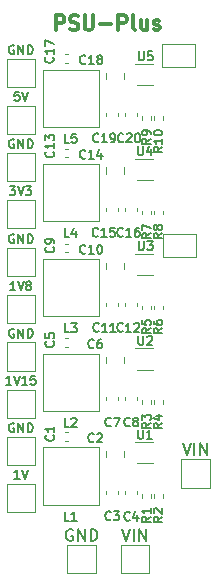
<source format=gbr>
%TF.GenerationSoftware,KiCad,Pcbnew,7.0.7*%
%TF.CreationDate,2024-05-08T01:14:45-04:00*%
%TF.ProjectId,PSU-Plus,5053552d-506c-4757-932e-6b696361645f,rev?*%
%TF.SameCoordinates,Original*%
%TF.FileFunction,Legend,Top*%
%TF.FilePolarity,Positive*%
%FSLAX46Y46*%
G04 Gerber Fmt 4.6, Leading zero omitted, Abs format (unit mm)*
G04 Created by KiCad (PCBNEW 7.0.7) date 2024-05-08 01:14:45*
%MOMM*%
%LPD*%
G01*
G04 APERTURE LIST*
%ADD10C,0.300000*%
%ADD11C,0.150000*%
%ADD12C,0.120000*%
G04 APERTURE END LIST*
D10*
X169525000Y-103562673D02*
X169525000Y-102312673D01*
X169525000Y-102312673D02*
X170001190Y-102312673D01*
X170001190Y-102312673D02*
X170120238Y-102372197D01*
X170120238Y-102372197D02*
X170179761Y-102431721D01*
X170179761Y-102431721D02*
X170239285Y-102550769D01*
X170239285Y-102550769D02*
X170239285Y-102729340D01*
X170239285Y-102729340D02*
X170179761Y-102848388D01*
X170179761Y-102848388D02*
X170120238Y-102907911D01*
X170120238Y-102907911D02*
X170001190Y-102967435D01*
X170001190Y-102967435D02*
X169525000Y-102967435D01*
X170715476Y-103503150D02*
X170894047Y-103562673D01*
X170894047Y-103562673D02*
X171191666Y-103562673D01*
X171191666Y-103562673D02*
X171310714Y-103503150D01*
X171310714Y-103503150D02*
X171370238Y-103443626D01*
X171370238Y-103443626D02*
X171429761Y-103324578D01*
X171429761Y-103324578D02*
X171429761Y-103205530D01*
X171429761Y-103205530D02*
X171370238Y-103086483D01*
X171370238Y-103086483D02*
X171310714Y-103026959D01*
X171310714Y-103026959D02*
X171191666Y-102967435D01*
X171191666Y-102967435D02*
X170953571Y-102907911D01*
X170953571Y-102907911D02*
X170834523Y-102848388D01*
X170834523Y-102848388D02*
X170775000Y-102788864D01*
X170775000Y-102788864D02*
X170715476Y-102669816D01*
X170715476Y-102669816D02*
X170715476Y-102550769D01*
X170715476Y-102550769D02*
X170775000Y-102431721D01*
X170775000Y-102431721D02*
X170834523Y-102372197D01*
X170834523Y-102372197D02*
X170953571Y-102312673D01*
X170953571Y-102312673D02*
X171251190Y-102312673D01*
X171251190Y-102312673D02*
X171429761Y-102372197D01*
X171965476Y-102312673D02*
X171965476Y-103324578D01*
X171965476Y-103324578D02*
X172024999Y-103443626D01*
X172024999Y-103443626D02*
X172084523Y-103503150D01*
X172084523Y-103503150D02*
X172203571Y-103562673D01*
X172203571Y-103562673D02*
X172441666Y-103562673D01*
X172441666Y-103562673D02*
X172560714Y-103503150D01*
X172560714Y-103503150D02*
X172620237Y-103443626D01*
X172620237Y-103443626D02*
X172679761Y-103324578D01*
X172679761Y-103324578D02*
X172679761Y-102312673D01*
X173275000Y-103086483D02*
X174227381Y-103086483D01*
X174822619Y-103562673D02*
X174822619Y-102312673D01*
X174822619Y-102312673D02*
X175298809Y-102312673D01*
X175298809Y-102312673D02*
X175417857Y-102372197D01*
X175417857Y-102372197D02*
X175477380Y-102431721D01*
X175477380Y-102431721D02*
X175536904Y-102550769D01*
X175536904Y-102550769D02*
X175536904Y-102729340D01*
X175536904Y-102729340D02*
X175477380Y-102848388D01*
X175477380Y-102848388D02*
X175417857Y-102907911D01*
X175417857Y-102907911D02*
X175298809Y-102967435D01*
X175298809Y-102967435D02*
X174822619Y-102967435D01*
X176251190Y-103562673D02*
X176132142Y-103503150D01*
X176132142Y-103503150D02*
X176072619Y-103384102D01*
X176072619Y-103384102D02*
X176072619Y-102312673D01*
X177263095Y-102729340D02*
X177263095Y-103562673D01*
X176727381Y-102729340D02*
X176727381Y-103384102D01*
X176727381Y-103384102D02*
X176786904Y-103503150D01*
X176786904Y-103503150D02*
X176905952Y-103562673D01*
X176905952Y-103562673D02*
X177084523Y-103562673D01*
X177084523Y-103562673D02*
X177203571Y-103503150D01*
X177203571Y-103503150D02*
X177263095Y-103443626D01*
X177798809Y-103503150D02*
X177917856Y-103562673D01*
X177917856Y-103562673D02*
X178155952Y-103562673D01*
X178155952Y-103562673D02*
X178274999Y-103503150D01*
X178274999Y-103503150D02*
X178334523Y-103384102D01*
X178334523Y-103384102D02*
X178334523Y-103324578D01*
X178334523Y-103324578D02*
X178274999Y-103205530D01*
X178274999Y-103205530D02*
X178155952Y-103146007D01*
X178155952Y-103146007D02*
X177977380Y-103146007D01*
X177977380Y-103146007D02*
X177858333Y-103086483D01*
X177858333Y-103086483D02*
X177798809Y-102967435D01*
X177798809Y-102967435D02*
X177798809Y-102907911D01*
X177798809Y-102907911D02*
X177858333Y-102788864D01*
X177858333Y-102788864D02*
X177977380Y-102729340D01*
X177977380Y-102729340D02*
X178155952Y-102729340D01*
X178155952Y-102729340D02*
X178274999Y-102788864D01*
D11*
X175104762Y-145806819D02*
X175438095Y-146806819D01*
X175438095Y-146806819D02*
X175771428Y-145806819D01*
X176104762Y-146806819D02*
X176104762Y-145806819D01*
X176580952Y-146806819D02*
X176580952Y-145806819D01*
X176580952Y-145806819D02*
X177152380Y-146806819D01*
X177152380Y-146806819D02*
X177152380Y-145806819D01*
X170938095Y-145854438D02*
X170842857Y-145806819D01*
X170842857Y-145806819D02*
X170700000Y-145806819D01*
X170700000Y-145806819D02*
X170557143Y-145854438D01*
X170557143Y-145854438D02*
X170461905Y-145949676D01*
X170461905Y-145949676D02*
X170414286Y-146044914D01*
X170414286Y-146044914D02*
X170366667Y-146235390D01*
X170366667Y-146235390D02*
X170366667Y-146378247D01*
X170366667Y-146378247D02*
X170414286Y-146568723D01*
X170414286Y-146568723D02*
X170461905Y-146663961D01*
X170461905Y-146663961D02*
X170557143Y-146759200D01*
X170557143Y-146759200D02*
X170700000Y-146806819D01*
X170700000Y-146806819D02*
X170795238Y-146806819D01*
X170795238Y-146806819D02*
X170938095Y-146759200D01*
X170938095Y-146759200D02*
X170985714Y-146711580D01*
X170985714Y-146711580D02*
X170985714Y-146378247D01*
X170985714Y-146378247D02*
X170795238Y-146378247D01*
X171414286Y-146806819D02*
X171414286Y-145806819D01*
X171414286Y-145806819D02*
X171985714Y-146806819D01*
X171985714Y-146806819D02*
X171985714Y-145806819D01*
X172461905Y-146806819D02*
X172461905Y-145806819D01*
X172461905Y-145806819D02*
X172700000Y-145806819D01*
X172700000Y-145806819D02*
X172842857Y-145854438D01*
X172842857Y-145854438D02*
X172938095Y-145949676D01*
X172938095Y-145949676D02*
X172985714Y-146044914D01*
X172985714Y-146044914D02*
X173033333Y-146235390D01*
X173033333Y-146235390D02*
X173033333Y-146378247D01*
X173033333Y-146378247D02*
X172985714Y-146568723D01*
X172985714Y-146568723D02*
X172938095Y-146663961D01*
X172938095Y-146663961D02*
X172842857Y-146759200D01*
X172842857Y-146759200D02*
X172700000Y-146806819D01*
X172700000Y-146806819D02*
X172461905Y-146806819D01*
X172730999Y-130421735D02*
X172695285Y-130457450D01*
X172695285Y-130457450D02*
X172588142Y-130493164D01*
X172588142Y-130493164D02*
X172516714Y-130493164D01*
X172516714Y-130493164D02*
X172409571Y-130457450D01*
X172409571Y-130457450D02*
X172338142Y-130386021D01*
X172338142Y-130386021D02*
X172302428Y-130314592D01*
X172302428Y-130314592D02*
X172266714Y-130171735D01*
X172266714Y-130171735D02*
X172266714Y-130064592D01*
X172266714Y-130064592D02*
X172302428Y-129921735D01*
X172302428Y-129921735D02*
X172338142Y-129850307D01*
X172338142Y-129850307D02*
X172409571Y-129778878D01*
X172409571Y-129778878D02*
X172516714Y-129743164D01*
X172516714Y-129743164D02*
X172588142Y-129743164D01*
X172588142Y-129743164D02*
X172695285Y-129778878D01*
X172695285Y-129778878D02*
X172730999Y-129814592D01*
X173373857Y-129743164D02*
X173230999Y-129743164D01*
X173230999Y-129743164D02*
X173159571Y-129778878D01*
X173159571Y-129778878D02*
X173123857Y-129814592D01*
X173123857Y-129814592D02*
X173052428Y-129921735D01*
X173052428Y-129921735D02*
X173016714Y-130064592D01*
X173016714Y-130064592D02*
X173016714Y-130350307D01*
X173016714Y-130350307D02*
X173052428Y-130421735D01*
X173052428Y-130421735D02*
X173088142Y-130457450D01*
X173088142Y-130457450D02*
X173159571Y-130493164D01*
X173159571Y-130493164D02*
X173302428Y-130493164D01*
X173302428Y-130493164D02*
X173373857Y-130457450D01*
X173373857Y-130457450D02*
X173409571Y-130421735D01*
X173409571Y-130421735D02*
X173445285Y-130350307D01*
X173445285Y-130350307D02*
X173445285Y-130171735D01*
X173445285Y-130171735D02*
X173409571Y-130100307D01*
X173409571Y-130100307D02*
X173373857Y-130064592D01*
X173373857Y-130064592D02*
X173302428Y-130028878D01*
X173302428Y-130028878D02*
X173159571Y-130028878D01*
X173159571Y-130028878D02*
X173088142Y-130064592D01*
X173088142Y-130064592D02*
X173052428Y-130100307D01*
X173052428Y-130100307D02*
X173016714Y-130171735D01*
X172724999Y-138371735D02*
X172689285Y-138407450D01*
X172689285Y-138407450D02*
X172582142Y-138443164D01*
X172582142Y-138443164D02*
X172510714Y-138443164D01*
X172510714Y-138443164D02*
X172403571Y-138407450D01*
X172403571Y-138407450D02*
X172332142Y-138336021D01*
X172332142Y-138336021D02*
X172296428Y-138264592D01*
X172296428Y-138264592D02*
X172260714Y-138121735D01*
X172260714Y-138121735D02*
X172260714Y-138014592D01*
X172260714Y-138014592D02*
X172296428Y-137871735D01*
X172296428Y-137871735D02*
X172332142Y-137800307D01*
X172332142Y-137800307D02*
X172403571Y-137728878D01*
X172403571Y-137728878D02*
X172510714Y-137693164D01*
X172510714Y-137693164D02*
X172582142Y-137693164D01*
X172582142Y-137693164D02*
X172689285Y-137728878D01*
X172689285Y-137728878D02*
X172724999Y-137764592D01*
X173010714Y-137764592D02*
X173046428Y-137728878D01*
X173046428Y-137728878D02*
X173117857Y-137693164D01*
X173117857Y-137693164D02*
X173296428Y-137693164D01*
X173296428Y-137693164D02*
X173367857Y-137728878D01*
X173367857Y-137728878D02*
X173403571Y-137764592D01*
X173403571Y-137764592D02*
X173439285Y-137836021D01*
X173439285Y-137836021D02*
X173439285Y-137907450D01*
X173439285Y-137907450D02*
X173403571Y-138014592D01*
X173403571Y-138014592D02*
X172974999Y-138443164D01*
X172974999Y-138443164D02*
X173439285Y-138443164D01*
X169317735Y-137875000D02*
X169353450Y-137910714D01*
X169353450Y-137910714D02*
X169389164Y-138017857D01*
X169389164Y-138017857D02*
X169389164Y-138089285D01*
X169389164Y-138089285D02*
X169353450Y-138196428D01*
X169353450Y-138196428D02*
X169282021Y-138267857D01*
X169282021Y-138267857D02*
X169210592Y-138303571D01*
X169210592Y-138303571D02*
X169067735Y-138339285D01*
X169067735Y-138339285D02*
X168960592Y-138339285D01*
X168960592Y-138339285D02*
X168817735Y-138303571D01*
X168817735Y-138303571D02*
X168746307Y-138267857D01*
X168746307Y-138267857D02*
X168674878Y-138196428D01*
X168674878Y-138196428D02*
X168639164Y-138089285D01*
X168639164Y-138089285D02*
X168639164Y-138017857D01*
X168639164Y-138017857D02*
X168674878Y-137910714D01*
X168674878Y-137910714D02*
X168710592Y-137875000D01*
X169389164Y-137160714D02*
X169389164Y-137589285D01*
X169389164Y-137375000D02*
X168639164Y-137375000D01*
X168639164Y-137375000D02*
X168746307Y-137446428D01*
X168746307Y-137446428D02*
X168817735Y-137517857D01*
X168817735Y-137517857D02*
X168853450Y-137589285D01*
X175774999Y-145017735D02*
X175739285Y-145053450D01*
X175739285Y-145053450D02*
X175632142Y-145089164D01*
X175632142Y-145089164D02*
X175560714Y-145089164D01*
X175560714Y-145089164D02*
X175453571Y-145053450D01*
X175453571Y-145053450D02*
X175382142Y-144982021D01*
X175382142Y-144982021D02*
X175346428Y-144910592D01*
X175346428Y-144910592D02*
X175310714Y-144767735D01*
X175310714Y-144767735D02*
X175310714Y-144660592D01*
X175310714Y-144660592D02*
X175346428Y-144517735D01*
X175346428Y-144517735D02*
X175382142Y-144446307D01*
X175382142Y-144446307D02*
X175453571Y-144374878D01*
X175453571Y-144374878D02*
X175560714Y-144339164D01*
X175560714Y-144339164D02*
X175632142Y-144339164D01*
X175632142Y-144339164D02*
X175739285Y-144374878D01*
X175739285Y-144374878D02*
X175774999Y-144410592D01*
X176417857Y-144589164D02*
X176417857Y-145089164D01*
X176239285Y-144303450D02*
X176060714Y-144839164D01*
X176060714Y-144839164D02*
X176524999Y-144839164D01*
X174174999Y-137042735D02*
X174139285Y-137078450D01*
X174139285Y-137078450D02*
X174032142Y-137114164D01*
X174032142Y-137114164D02*
X173960714Y-137114164D01*
X173960714Y-137114164D02*
X173853571Y-137078450D01*
X173853571Y-137078450D02*
X173782142Y-137007021D01*
X173782142Y-137007021D02*
X173746428Y-136935592D01*
X173746428Y-136935592D02*
X173710714Y-136792735D01*
X173710714Y-136792735D02*
X173710714Y-136685592D01*
X173710714Y-136685592D02*
X173746428Y-136542735D01*
X173746428Y-136542735D02*
X173782142Y-136471307D01*
X173782142Y-136471307D02*
X173853571Y-136399878D01*
X173853571Y-136399878D02*
X173960714Y-136364164D01*
X173960714Y-136364164D02*
X174032142Y-136364164D01*
X174032142Y-136364164D02*
X174139285Y-136399878D01*
X174139285Y-136399878D02*
X174174999Y-136435592D01*
X174424999Y-136364164D02*
X174924999Y-136364164D01*
X174924999Y-136364164D02*
X174603571Y-137114164D01*
X169292735Y-129925000D02*
X169328450Y-129960714D01*
X169328450Y-129960714D02*
X169364164Y-130067857D01*
X169364164Y-130067857D02*
X169364164Y-130139285D01*
X169364164Y-130139285D02*
X169328450Y-130246428D01*
X169328450Y-130246428D02*
X169257021Y-130317857D01*
X169257021Y-130317857D02*
X169185592Y-130353571D01*
X169185592Y-130353571D02*
X169042735Y-130389285D01*
X169042735Y-130389285D02*
X168935592Y-130389285D01*
X168935592Y-130389285D02*
X168792735Y-130353571D01*
X168792735Y-130353571D02*
X168721307Y-130317857D01*
X168721307Y-130317857D02*
X168649878Y-130246428D01*
X168649878Y-130246428D02*
X168614164Y-130139285D01*
X168614164Y-130139285D02*
X168614164Y-130067857D01*
X168614164Y-130067857D02*
X168649878Y-129960714D01*
X168649878Y-129960714D02*
X168685592Y-129925000D01*
X168614164Y-129246428D02*
X168614164Y-129603571D01*
X168614164Y-129603571D02*
X168971307Y-129639285D01*
X168971307Y-129639285D02*
X168935592Y-129603571D01*
X168935592Y-129603571D02*
X168899878Y-129532143D01*
X168899878Y-129532143D02*
X168899878Y-129353571D01*
X168899878Y-129353571D02*
X168935592Y-129282143D01*
X168935592Y-129282143D02*
X168971307Y-129246428D01*
X168971307Y-129246428D02*
X169042735Y-129210714D01*
X169042735Y-129210714D02*
X169221307Y-129210714D01*
X169221307Y-129210714D02*
X169292735Y-129246428D01*
X169292735Y-129246428D02*
X169328450Y-129282143D01*
X169328450Y-129282143D02*
X169364164Y-129353571D01*
X169364164Y-129353571D02*
X169364164Y-129532143D01*
X169364164Y-129532143D02*
X169328450Y-129603571D01*
X169328450Y-129603571D02*
X169292735Y-129639285D01*
X174174999Y-144992735D02*
X174139285Y-145028450D01*
X174139285Y-145028450D02*
X174032142Y-145064164D01*
X174032142Y-145064164D02*
X173960714Y-145064164D01*
X173960714Y-145064164D02*
X173853571Y-145028450D01*
X173853571Y-145028450D02*
X173782142Y-144957021D01*
X173782142Y-144957021D02*
X173746428Y-144885592D01*
X173746428Y-144885592D02*
X173710714Y-144742735D01*
X173710714Y-144742735D02*
X173710714Y-144635592D01*
X173710714Y-144635592D02*
X173746428Y-144492735D01*
X173746428Y-144492735D02*
X173782142Y-144421307D01*
X173782142Y-144421307D02*
X173853571Y-144349878D01*
X173853571Y-144349878D02*
X173960714Y-144314164D01*
X173960714Y-144314164D02*
X174032142Y-144314164D01*
X174032142Y-144314164D02*
X174139285Y-144349878D01*
X174139285Y-144349878D02*
X174174999Y-144385592D01*
X174424999Y-144314164D02*
X174889285Y-144314164D01*
X174889285Y-144314164D02*
X174639285Y-144599878D01*
X174639285Y-144599878D02*
X174746428Y-144599878D01*
X174746428Y-144599878D02*
X174817857Y-144635592D01*
X174817857Y-144635592D02*
X174853571Y-144671307D01*
X174853571Y-144671307D02*
X174889285Y-144742735D01*
X174889285Y-144742735D02*
X174889285Y-144921307D01*
X174889285Y-144921307D02*
X174853571Y-144992735D01*
X174853571Y-144992735D02*
X174817857Y-145028450D01*
X174817857Y-145028450D02*
X174746428Y-145064164D01*
X174746428Y-145064164D02*
X174532142Y-145064164D01*
X174532142Y-145064164D02*
X174460714Y-145028450D01*
X174460714Y-145028450D02*
X174424999Y-144992735D01*
X177539164Y-128800000D02*
X177182021Y-129050000D01*
X177539164Y-129228571D02*
X176789164Y-129228571D01*
X176789164Y-129228571D02*
X176789164Y-128942857D01*
X176789164Y-128942857D02*
X176824878Y-128871428D01*
X176824878Y-128871428D02*
X176860592Y-128835714D01*
X176860592Y-128835714D02*
X176932021Y-128800000D01*
X176932021Y-128800000D02*
X177039164Y-128800000D01*
X177039164Y-128800000D02*
X177110592Y-128835714D01*
X177110592Y-128835714D02*
X177146307Y-128871428D01*
X177146307Y-128871428D02*
X177182021Y-128942857D01*
X177182021Y-128942857D02*
X177182021Y-129228571D01*
X176789164Y-128121428D02*
X176789164Y-128478571D01*
X176789164Y-128478571D02*
X177146307Y-128514285D01*
X177146307Y-128514285D02*
X177110592Y-128478571D01*
X177110592Y-128478571D02*
X177074878Y-128407143D01*
X177074878Y-128407143D02*
X177074878Y-128228571D01*
X177074878Y-128228571D02*
X177110592Y-128157143D01*
X177110592Y-128157143D02*
X177146307Y-128121428D01*
X177146307Y-128121428D02*
X177217735Y-128085714D01*
X177217735Y-128085714D02*
X177396307Y-128085714D01*
X177396307Y-128085714D02*
X177467735Y-128121428D01*
X177467735Y-128121428D02*
X177503450Y-128157143D01*
X177503450Y-128157143D02*
X177539164Y-128228571D01*
X177539164Y-128228571D02*
X177539164Y-128407143D01*
X177539164Y-128407143D02*
X177503450Y-128478571D01*
X177503450Y-128478571D02*
X177467735Y-128514285D01*
X175192856Y-120992735D02*
X175157142Y-121028450D01*
X175157142Y-121028450D02*
X175049999Y-121064164D01*
X175049999Y-121064164D02*
X174978571Y-121064164D01*
X174978571Y-121064164D02*
X174871428Y-121028450D01*
X174871428Y-121028450D02*
X174799999Y-120957021D01*
X174799999Y-120957021D02*
X174764285Y-120885592D01*
X174764285Y-120885592D02*
X174728571Y-120742735D01*
X174728571Y-120742735D02*
X174728571Y-120635592D01*
X174728571Y-120635592D02*
X174764285Y-120492735D01*
X174764285Y-120492735D02*
X174799999Y-120421307D01*
X174799999Y-120421307D02*
X174871428Y-120349878D01*
X174871428Y-120349878D02*
X174978571Y-120314164D01*
X174978571Y-120314164D02*
X175049999Y-120314164D01*
X175049999Y-120314164D02*
X175157142Y-120349878D01*
X175157142Y-120349878D02*
X175192856Y-120385592D01*
X175907142Y-121064164D02*
X175478571Y-121064164D01*
X175692856Y-121064164D02*
X175692856Y-120314164D01*
X175692856Y-120314164D02*
X175621428Y-120421307D01*
X175621428Y-120421307D02*
X175549999Y-120492735D01*
X175549999Y-120492735D02*
X175478571Y-120528450D01*
X176550000Y-120314164D02*
X176407142Y-120314164D01*
X176407142Y-120314164D02*
X176335714Y-120349878D01*
X176335714Y-120349878D02*
X176300000Y-120385592D01*
X176300000Y-120385592D02*
X176228571Y-120492735D01*
X176228571Y-120492735D02*
X176192857Y-120635592D01*
X176192857Y-120635592D02*
X176192857Y-120921307D01*
X176192857Y-120921307D02*
X176228571Y-120992735D01*
X176228571Y-120992735D02*
X176264285Y-121028450D01*
X176264285Y-121028450D02*
X176335714Y-121064164D01*
X176335714Y-121064164D02*
X176478571Y-121064164D01*
X176478571Y-121064164D02*
X176550000Y-121028450D01*
X176550000Y-121028450D02*
X176585714Y-120992735D01*
X176585714Y-120992735D02*
X176621428Y-120921307D01*
X176621428Y-120921307D02*
X176621428Y-120742735D01*
X176621428Y-120742735D02*
X176585714Y-120671307D01*
X176585714Y-120671307D02*
X176550000Y-120635592D01*
X176550000Y-120635592D02*
X176478571Y-120599878D01*
X176478571Y-120599878D02*
X176335714Y-120599878D01*
X176335714Y-120599878D02*
X176264285Y-120635592D01*
X176264285Y-120635592D02*
X176228571Y-120671307D01*
X176228571Y-120671307D02*
X176192857Y-120742735D01*
X178539164Y-128800000D02*
X178182021Y-129050000D01*
X178539164Y-129228571D02*
X177789164Y-129228571D01*
X177789164Y-129228571D02*
X177789164Y-128942857D01*
X177789164Y-128942857D02*
X177824878Y-128871428D01*
X177824878Y-128871428D02*
X177860592Y-128835714D01*
X177860592Y-128835714D02*
X177932021Y-128800000D01*
X177932021Y-128800000D02*
X178039164Y-128800000D01*
X178039164Y-128800000D02*
X178110592Y-128835714D01*
X178110592Y-128835714D02*
X178146307Y-128871428D01*
X178146307Y-128871428D02*
X178182021Y-128942857D01*
X178182021Y-128942857D02*
X178182021Y-129228571D01*
X177789164Y-128157143D02*
X177789164Y-128300000D01*
X177789164Y-128300000D02*
X177824878Y-128371428D01*
X177824878Y-128371428D02*
X177860592Y-128407143D01*
X177860592Y-128407143D02*
X177967735Y-128478571D01*
X177967735Y-128478571D02*
X178110592Y-128514285D01*
X178110592Y-128514285D02*
X178396307Y-128514285D01*
X178396307Y-128514285D02*
X178467735Y-128478571D01*
X178467735Y-128478571D02*
X178503450Y-128442857D01*
X178503450Y-128442857D02*
X178539164Y-128371428D01*
X178539164Y-128371428D02*
X178539164Y-128228571D01*
X178539164Y-128228571D02*
X178503450Y-128157143D01*
X178503450Y-128157143D02*
X178467735Y-128121428D01*
X178467735Y-128121428D02*
X178396307Y-128085714D01*
X178396307Y-128085714D02*
X178217735Y-128085714D01*
X178217735Y-128085714D02*
X178146307Y-128121428D01*
X178146307Y-128121428D02*
X178110592Y-128157143D01*
X178110592Y-128157143D02*
X178074878Y-128228571D01*
X178074878Y-128228571D02*
X178074878Y-128371428D01*
X178074878Y-128371428D02*
X178110592Y-128442857D01*
X178110592Y-128442857D02*
X178146307Y-128478571D01*
X178146307Y-128478571D02*
X178217735Y-128514285D01*
X170625000Y-113089164D02*
X170267857Y-113089164D01*
X170267857Y-113089164D02*
X170267857Y-112339164D01*
X171232143Y-112339164D02*
X170875000Y-112339164D01*
X170875000Y-112339164D02*
X170839286Y-112696307D01*
X170839286Y-112696307D02*
X170875000Y-112660592D01*
X170875000Y-112660592D02*
X170946429Y-112624878D01*
X170946429Y-112624878D02*
X171125000Y-112624878D01*
X171125000Y-112624878D02*
X171196429Y-112660592D01*
X171196429Y-112660592D02*
X171232143Y-112696307D01*
X171232143Y-112696307D02*
X171267857Y-112767735D01*
X171267857Y-112767735D02*
X171267857Y-112946307D01*
X171267857Y-112946307D02*
X171232143Y-113017735D01*
X171232143Y-113017735D02*
X171196429Y-113053450D01*
X171196429Y-113053450D02*
X171125000Y-113089164D01*
X171125000Y-113089164D02*
X170946429Y-113089164D01*
X170946429Y-113089164D02*
X170875000Y-113053450D01*
X170875000Y-113053450D02*
X170839286Y-113017735D01*
X170625000Y-145089164D02*
X170267857Y-145089164D01*
X170267857Y-145089164D02*
X170267857Y-144339164D01*
X171267857Y-145089164D02*
X170839286Y-145089164D01*
X171053571Y-145089164D02*
X171053571Y-144339164D01*
X171053571Y-144339164D02*
X170982143Y-144446307D01*
X170982143Y-144446307D02*
X170910714Y-144517735D01*
X170910714Y-144517735D02*
X170839286Y-144553450D01*
X175774999Y-137042735D02*
X175739285Y-137078450D01*
X175739285Y-137078450D02*
X175632142Y-137114164D01*
X175632142Y-137114164D02*
X175560714Y-137114164D01*
X175560714Y-137114164D02*
X175453571Y-137078450D01*
X175453571Y-137078450D02*
X175382142Y-137007021D01*
X175382142Y-137007021D02*
X175346428Y-136935592D01*
X175346428Y-136935592D02*
X175310714Y-136792735D01*
X175310714Y-136792735D02*
X175310714Y-136685592D01*
X175310714Y-136685592D02*
X175346428Y-136542735D01*
X175346428Y-136542735D02*
X175382142Y-136471307D01*
X175382142Y-136471307D02*
X175453571Y-136399878D01*
X175453571Y-136399878D02*
X175560714Y-136364164D01*
X175560714Y-136364164D02*
X175632142Y-136364164D01*
X175632142Y-136364164D02*
X175739285Y-136399878D01*
X175739285Y-136399878D02*
X175774999Y-136435592D01*
X176203571Y-136685592D02*
X176132142Y-136649878D01*
X176132142Y-136649878D02*
X176096428Y-136614164D01*
X176096428Y-136614164D02*
X176060714Y-136542735D01*
X176060714Y-136542735D02*
X176060714Y-136507021D01*
X176060714Y-136507021D02*
X176096428Y-136435592D01*
X176096428Y-136435592D02*
X176132142Y-136399878D01*
X176132142Y-136399878D02*
X176203571Y-136364164D01*
X176203571Y-136364164D02*
X176346428Y-136364164D01*
X176346428Y-136364164D02*
X176417857Y-136399878D01*
X176417857Y-136399878D02*
X176453571Y-136435592D01*
X176453571Y-136435592D02*
X176489285Y-136507021D01*
X176489285Y-136507021D02*
X176489285Y-136542735D01*
X176489285Y-136542735D02*
X176453571Y-136614164D01*
X176453571Y-136614164D02*
X176417857Y-136649878D01*
X176417857Y-136649878D02*
X176346428Y-136685592D01*
X176346428Y-136685592D02*
X176203571Y-136685592D01*
X176203571Y-136685592D02*
X176132142Y-136721307D01*
X176132142Y-136721307D02*
X176096428Y-136757021D01*
X176096428Y-136757021D02*
X176060714Y-136828450D01*
X176060714Y-136828450D02*
X176060714Y-136971307D01*
X176060714Y-136971307D02*
X176096428Y-137042735D01*
X176096428Y-137042735D02*
X176132142Y-137078450D01*
X176132142Y-137078450D02*
X176203571Y-137114164D01*
X176203571Y-137114164D02*
X176346428Y-137114164D01*
X176346428Y-137114164D02*
X176417857Y-137078450D01*
X176417857Y-137078450D02*
X176453571Y-137042735D01*
X176453571Y-137042735D02*
X176489285Y-136971307D01*
X176489285Y-136971307D02*
X176489285Y-136828450D01*
X176489285Y-136828450D02*
X176453571Y-136757021D01*
X176453571Y-136757021D02*
X176417857Y-136721307D01*
X176417857Y-136721307D02*
X176346428Y-136685592D01*
X169292735Y-121925000D02*
X169328450Y-121960714D01*
X169328450Y-121960714D02*
X169364164Y-122067857D01*
X169364164Y-122067857D02*
X169364164Y-122139285D01*
X169364164Y-122139285D02*
X169328450Y-122246428D01*
X169328450Y-122246428D02*
X169257021Y-122317857D01*
X169257021Y-122317857D02*
X169185592Y-122353571D01*
X169185592Y-122353571D02*
X169042735Y-122389285D01*
X169042735Y-122389285D02*
X168935592Y-122389285D01*
X168935592Y-122389285D02*
X168792735Y-122353571D01*
X168792735Y-122353571D02*
X168721307Y-122317857D01*
X168721307Y-122317857D02*
X168649878Y-122246428D01*
X168649878Y-122246428D02*
X168614164Y-122139285D01*
X168614164Y-122139285D02*
X168614164Y-122067857D01*
X168614164Y-122067857D02*
X168649878Y-121960714D01*
X168649878Y-121960714D02*
X168685592Y-121925000D01*
X169364164Y-121567857D02*
X169364164Y-121425000D01*
X169364164Y-121425000D02*
X169328450Y-121353571D01*
X169328450Y-121353571D02*
X169292735Y-121317857D01*
X169292735Y-121317857D02*
X169185592Y-121246428D01*
X169185592Y-121246428D02*
X169042735Y-121210714D01*
X169042735Y-121210714D02*
X168757021Y-121210714D01*
X168757021Y-121210714D02*
X168685592Y-121246428D01*
X168685592Y-121246428D02*
X168649878Y-121282143D01*
X168649878Y-121282143D02*
X168614164Y-121353571D01*
X168614164Y-121353571D02*
X168614164Y-121496428D01*
X168614164Y-121496428D02*
X168649878Y-121567857D01*
X168649878Y-121567857D02*
X168685592Y-121603571D01*
X168685592Y-121603571D02*
X168757021Y-121639285D01*
X168757021Y-121639285D02*
X168935592Y-121639285D01*
X168935592Y-121639285D02*
X169007021Y-121603571D01*
X169007021Y-121603571D02*
X169042735Y-121567857D01*
X169042735Y-121567857D02*
X169078450Y-121496428D01*
X169078450Y-121496428D02*
X169078450Y-121353571D01*
X169078450Y-121353571D02*
X169042735Y-121282143D01*
X169042735Y-121282143D02*
X169007021Y-121246428D01*
X169007021Y-121246428D02*
X168935592Y-121210714D01*
X172017856Y-122421735D02*
X171982142Y-122457450D01*
X171982142Y-122457450D02*
X171874999Y-122493164D01*
X171874999Y-122493164D02*
X171803571Y-122493164D01*
X171803571Y-122493164D02*
X171696428Y-122457450D01*
X171696428Y-122457450D02*
X171624999Y-122386021D01*
X171624999Y-122386021D02*
X171589285Y-122314592D01*
X171589285Y-122314592D02*
X171553571Y-122171735D01*
X171553571Y-122171735D02*
X171553571Y-122064592D01*
X171553571Y-122064592D02*
X171589285Y-121921735D01*
X171589285Y-121921735D02*
X171624999Y-121850307D01*
X171624999Y-121850307D02*
X171696428Y-121778878D01*
X171696428Y-121778878D02*
X171803571Y-121743164D01*
X171803571Y-121743164D02*
X171874999Y-121743164D01*
X171874999Y-121743164D02*
X171982142Y-121778878D01*
X171982142Y-121778878D02*
X172017856Y-121814592D01*
X172732142Y-122493164D02*
X172303571Y-122493164D01*
X172517856Y-122493164D02*
X172517856Y-121743164D01*
X172517856Y-121743164D02*
X172446428Y-121850307D01*
X172446428Y-121850307D02*
X172374999Y-121921735D01*
X172374999Y-121921735D02*
X172303571Y-121957450D01*
X173196428Y-121743164D02*
X173267857Y-121743164D01*
X173267857Y-121743164D02*
X173339285Y-121778878D01*
X173339285Y-121778878D02*
X173375000Y-121814592D01*
X173375000Y-121814592D02*
X173410714Y-121886021D01*
X173410714Y-121886021D02*
X173446428Y-122028878D01*
X173446428Y-122028878D02*
X173446428Y-122207450D01*
X173446428Y-122207450D02*
X173410714Y-122350307D01*
X173410714Y-122350307D02*
X173375000Y-122421735D01*
X173375000Y-122421735D02*
X173339285Y-122457450D01*
X173339285Y-122457450D02*
X173267857Y-122493164D01*
X173267857Y-122493164D02*
X173196428Y-122493164D01*
X173196428Y-122493164D02*
X173125000Y-122457450D01*
X173125000Y-122457450D02*
X173089285Y-122421735D01*
X173089285Y-122421735D02*
X173053571Y-122350307D01*
X173053571Y-122350307D02*
X173017857Y-122207450D01*
X173017857Y-122207450D02*
X173017857Y-122028878D01*
X173017857Y-122028878D02*
X173053571Y-121886021D01*
X173053571Y-121886021D02*
X173089285Y-121814592D01*
X173089285Y-121814592D02*
X173125000Y-121778878D01*
X173125000Y-121778878D02*
X173196428Y-121743164D01*
X170625000Y-137139164D02*
X170267857Y-137139164D01*
X170267857Y-137139164D02*
X170267857Y-136389164D01*
X170839286Y-136460592D02*
X170875000Y-136424878D01*
X170875000Y-136424878D02*
X170946429Y-136389164D01*
X170946429Y-136389164D02*
X171125000Y-136389164D01*
X171125000Y-136389164D02*
X171196429Y-136424878D01*
X171196429Y-136424878D02*
X171232143Y-136460592D01*
X171232143Y-136460592D02*
X171267857Y-136532021D01*
X171267857Y-136532021D02*
X171267857Y-136603450D01*
X171267857Y-136603450D02*
X171232143Y-136710592D01*
X171232143Y-136710592D02*
X170803571Y-137139164D01*
X170803571Y-137139164D02*
X171267857Y-137139164D01*
X173142856Y-129042735D02*
X173107142Y-129078450D01*
X173107142Y-129078450D02*
X172999999Y-129114164D01*
X172999999Y-129114164D02*
X172928571Y-129114164D01*
X172928571Y-129114164D02*
X172821428Y-129078450D01*
X172821428Y-129078450D02*
X172749999Y-129007021D01*
X172749999Y-129007021D02*
X172714285Y-128935592D01*
X172714285Y-128935592D02*
X172678571Y-128792735D01*
X172678571Y-128792735D02*
X172678571Y-128685592D01*
X172678571Y-128685592D02*
X172714285Y-128542735D01*
X172714285Y-128542735D02*
X172749999Y-128471307D01*
X172749999Y-128471307D02*
X172821428Y-128399878D01*
X172821428Y-128399878D02*
X172928571Y-128364164D01*
X172928571Y-128364164D02*
X172999999Y-128364164D01*
X172999999Y-128364164D02*
X173107142Y-128399878D01*
X173107142Y-128399878D02*
X173142856Y-128435592D01*
X173857142Y-129114164D02*
X173428571Y-129114164D01*
X173642856Y-129114164D02*
X173642856Y-128364164D01*
X173642856Y-128364164D02*
X173571428Y-128471307D01*
X173571428Y-128471307D02*
X173499999Y-128542735D01*
X173499999Y-128542735D02*
X173428571Y-128578450D01*
X174571428Y-129114164D02*
X174142857Y-129114164D01*
X174357142Y-129114164D02*
X174357142Y-128364164D01*
X174357142Y-128364164D02*
X174285714Y-128471307D01*
X174285714Y-128471307D02*
X174214285Y-128542735D01*
X174214285Y-128542735D02*
X174142857Y-128578450D01*
X175167856Y-129042735D02*
X175132142Y-129078450D01*
X175132142Y-129078450D02*
X175024999Y-129114164D01*
X175024999Y-129114164D02*
X174953571Y-129114164D01*
X174953571Y-129114164D02*
X174846428Y-129078450D01*
X174846428Y-129078450D02*
X174774999Y-129007021D01*
X174774999Y-129007021D02*
X174739285Y-128935592D01*
X174739285Y-128935592D02*
X174703571Y-128792735D01*
X174703571Y-128792735D02*
X174703571Y-128685592D01*
X174703571Y-128685592D02*
X174739285Y-128542735D01*
X174739285Y-128542735D02*
X174774999Y-128471307D01*
X174774999Y-128471307D02*
X174846428Y-128399878D01*
X174846428Y-128399878D02*
X174953571Y-128364164D01*
X174953571Y-128364164D02*
X175024999Y-128364164D01*
X175024999Y-128364164D02*
X175132142Y-128399878D01*
X175132142Y-128399878D02*
X175167856Y-128435592D01*
X175882142Y-129114164D02*
X175453571Y-129114164D01*
X175667856Y-129114164D02*
X175667856Y-128364164D01*
X175667856Y-128364164D02*
X175596428Y-128471307D01*
X175596428Y-128471307D02*
X175524999Y-128542735D01*
X175524999Y-128542735D02*
X175453571Y-128578450D01*
X176167857Y-128435592D02*
X176203571Y-128399878D01*
X176203571Y-128399878D02*
X176275000Y-128364164D01*
X176275000Y-128364164D02*
X176453571Y-128364164D01*
X176453571Y-128364164D02*
X176525000Y-128399878D01*
X176525000Y-128399878D02*
X176560714Y-128435592D01*
X176560714Y-128435592D02*
X176596428Y-128507021D01*
X176596428Y-128507021D02*
X176596428Y-128578450D01*
X176596428Y-128578450D02*
X176560714Y-128685592D01*
X176560714Y-128685592D02*
X176132142Y-129114164D01*
X176132142Y-129114164D02*
X176596428Y-129114164D01*
X169292735Y-113857143D02*
X169328450Y-113892857D01*
X169328450Y-113892857D02*
X169364164Y-114000000D01*
X169364164Y-114000000D02*
X169364164Y-114071428D01*
X169364164Y-114071428D02*
X169328450Y-114178571D01*
X169328450Y-114178571D02*
X169257021Y-114250000D01*
X169257021Y-114250000D02*
X169185592Y-114285714D01*
X169185592Y-114285714D02*
X169042735Y-114321428D01*
X169042735Y-114321428D02*
X168935592Y-114321428D01*
X168935592Y-114321428D02*
X168792735Y-114285714D01*
X168792735Y-114285714D02*
X168721307Y-114250000D01*
X168721307Y-114250000D02*
X168649878Y-114178571D01*
X168649878Y-114178571D02*
X168614164Y-114071428D01*
X168614164Y-114071428D02*
X168614164Y-114000000D01*
X168614164Y-114000000D02*
X168649878Y-113892857D01*
X168649878Y-113892857D02*
X168685592Y-113857143D01*
X169364164Y-113142857D02*
X169364164Y-113571428D01*
X169364164Y-113357143D02*
X168614164Y-113357143D01*
X168614164Y-113357143D02*
X168721307Y-113428571D01*
X168721307Y-113428571D02*
X168792735Y-113500000D01*
X168792735Y-113500000D02*
X168828450Y-113571428D01*
X168614164Y-112892857D02*
X168614164Y-112428571D01*
X168614164Y-112428571D02*
X168899878Y-112678571D01*
X168899878Y-112678571D02*
X168899878Y-112571428D01*
X168899878Y-112571428D02*
X168935592Y-112500000D01*
X168935592Y-112500000D02*
X168971307Y-112464285D01*
X168971307Y-112464285D02*
X169042735Y-112428571D01*
X169042735Y-112428571D02*
X169221307Y-112428571D01*
X169221307Y-112428571D02*
X169292735Y-112464285D01*
X169292735Y-112464285D02*
X169328450Y-112500000D01*
X169328450Y-112500000D02*
X169364164Y-112571428D01*
X169364164Y-112571428D02*
X169364164Y-112785714D01*
X169364164Y-112785714D02*
X169328450Y-112857142D01*
X169328450Y-112857142D02*
X169292735Y-112892857D01*
X172017856Y-114371735D02*
X171982142Y-114407450D01*
X171982142Y-114407450D02*
X171874999Y-114443164D01*
X171874999Y-114443164D02*
X171803571Y-114443164D01*
X171803571Y-114443164D02*
X171696428Y-114407450D01*
X171696428Y-114407450D02*
X171624999Y-114336021D01*
X171624999Y-114336021D02*
X171589285Y-114264592D01*
X171589285Y-114264592D02*
X171553571Y-114121735D01*
X171553571Y-114121735D02*
X171553571Y-114014592D01*
X171553571Y-114014592D02*
X171589285Y-113871735D01*
X171589285Y-113871735D02*
X171624999Y-113800307D01*
X171624999Y-113800307D02*
X171696428Y-113728878D01*
X171696428Y-113728878D02*
X171803571Y-113693164D01*
X171803571Y-113693164D02*
X171874999Y-113693164D01*
X171874999Y-113693164D02*
X171982142Y-113728878D01*
X171982142Y-113728878D02*
X172017856Y-113764592D01*
X172732142Y-114443164D02*
X172303571Y-114443164D01*
X172517856Y-114443164D02*
X172517856Y-113693164D01*
X172517856Y-113693164D02*
X172446428Y-113800307D01*
X172446428Y-113800307D02*
X172374999Y-113871735D01*
X172374999Y-113871735D02*
X172303571Y-113907450D01*
X173375000Y-113943164D02*
X173375000Y-114443164D01*
X173196428Y-113657450D02*
X173017857Y-114193164D01*
X173017857Y-114193164D02*
X173482142Y-114193164D01*
X178539164Y-144750000D02*
X178182021Y-145000000D01*
X178539164Y-145178571D02*
X177789164Y-145178571D01*
X177789164Y-145178571D02*
X177789164Y-144892857D01*
X177789164Y-144892857D02*
X177824878Y-144821428D01*
X177824878Y-144821428D02*
X177860592Y-144785714D01*
X177860592Y-144785714D02*
X177932021Y-144750000D01*
X177932021Y-144750000D02*
X178039164Y-144750000D01*
X178039164Y-144750000D02*
X178110592Y-144785714D01*
X178110592Y-144785714D02*
X178146307Y-144821428D01*
X178146307Y-144821428D02*
X178182021Y-144892857D01*
X178182021Y-144892857D02*
X178182021Y-145178571D01*
X177860592Y-144464285D02*
X177824878Y-144428571D01*
X177824878Y-144428571D02*
X177789164Y-144357143D01*
X177789164Y-144357143D02*
X177789164Y-144178571D01*
X177789164Y-144178571D02*
X177824878Y-144107143D01*
X177824878Y-144107143D02*
X177860592Y-144071428D01*
X177860592Y-144071428D02*
X177932021Y-144035714D01*
X177932021Y-144035714D02*
X178003450Y-144035714D01*
X178003450Y-144035714D02*
X178110592Y-144071428D01*
X178110592Y-144071428D02*
X178539164Y-144500000D01*
X178539164Y-144500000D02*
X178539164Y-144035714D01*
X173092856Y-120992735D02*
X173057142Y-121028450D01*
X173057142Y-121028450D02*
X172949999Y-121064164D01*
X172949999Y-121064164D02*
X172878571Y-121064164D01*
X172878571Y-121064164D02*
X172771428Y-121028450D01*
X172771428Y-121028450D02*
X172699999Y-120957021D01*
X172699999Y-120957021D02*
X172664285Y-120885592D01*
X172664285Y-120885592D02*
X172628571Y-120742735D01*
X172628571Y-120742735D02*
X172628571Y-120635592D01*
X172628571Y-120635592D02*
X172664285Y-120492735D01*
X172664285Y-120492735D02*
X172699999Y-120421307D01*
X172699999Y-120421307D02*
X172771428Y-120349878D01*
X172771428Y-120349878D02*
X172878571Y-120314164D01*
X172878571Y-120314164D02*
X172949999Y-120314164D01*
X172949999Y-120314164D02*
X173057142Y-120349878D01*
X173057142Y-120349878D02*
X173092856Y-120385592D01*
X173807142Y-121064164D02*
X173378571Y-121064164D01*
X173592856Y-121064164D02*
X173592856Y-120314164D01*
X173592856Y-120314164D02*
X173521428Y-120421307D01*
X173521428Y-120421307D02*
X173449999Y-120492735D01*
X173449999Y-120492735D02*
X173378571Y-120528450D01*
X174485714Y-120314164D02*
X174128571Y-120314164D01*
X174128571Y-120314164D02*
X174092857Y-120671307D01*
X174092857Y-120671307D02*
X174128571Y-120635592D01*
X174128571Y-120635592D02*
X174200000Y-120599878D01*
X174200000Y-120599878D02*
X174378571Y-120599878D01*
X174378571Y-120599878D02*
X174450000Y-120635592D01*
X174450000Y-120635592D02*
X174485714Y-120671307D01*
X174485714Y-120671307D02*
X174521428Y-120742735D01*
X174521428Y-120742735D02*
X174521428Y-120921307D01*
X174521428Y-120921307D02*
X174485714Y-120992735D01*
X174485714Y-120992735D02*
X174450000Y-121028450D01*
X174450000Y-121028450D02*
X174378571Y-121064164D01*
X174378571Y-121064164D02*
X174200000Y-121064164D01*
X174200000Y-121064164D02*
X174128571Y-121028450D01*
X174128571Y-121028450D02*
X174092857Y-120992735D01*
X177539164Y-144750000D02*
X177182021Y-145000000D01*
X177539164Y-145178571D02*
X176789164Y-145178571D01*
X176789164Y-145178571D02*
X176789164Y-144892857D01*
X176789164Y-144892857D02*
X176824878Y-144821428D01*
X176824878Y-144821428D02*
X176860592Y-144785714D01*
X176860592Y-144785714D02*
X176932021Y-144750000D01*
X176932021Y-144750000D02*
X177039164Y-144750000D01*
X177039164Y-144750000D02*
X177110592Y-144785714D01*
X177110592Y-144785714D02*
X177146307Y-144821428D01*
X177146307Y-144821428D02*
X177182021Y-144892857D01*
X177182021Y-144892857D02*
X177182021Y-145178571D01*
X177539164Y-144035714D02*
X177539164Y-144464285D01*
X177539164Y-144250000D02*
X176789164Y-144250000D01*
X176789164Y-144250000D02*
X176896307Y-144321428D01*
X176896307Y-144321428D02*
X176967735Y-144392857D01*
X176967735Y-144392857D02*
X177003450Y-144464285D01*
X169267735Y-105857143D02*
X169303450Y-105892857D01*
X169303450Y-105892857D02*
X169339164Y-106000000D01*
X169339164Y-106000000D02*
X169339164Y-106071428D01*
X169339164Y-106071428D02*
X169303450Y-106178571D01*
X169303450Y-106178571D02*
X169232021Y-106250000D01*
X169232021Y-106250000D02*
X169160592Y-106285714D01*
X169160592Y-106285714D02*
X169017735Y-106321428D01*
X169017735Y-106321428D02*
X168910592Y-106321428D01*
X168910592Y-106321428D02*
X168767735Y-106285714D01*
X168767735Y-106285714D02*
X168696307Y-106250000D01*
X168696307Y-106250000D02*
X168624878Y-106178571D01*
X168624878Y-106178571D02*
X168589164Y-106071428D01*
X168589164Y-106071428D02*
X168589164Y-106000000D01*
X168589164Y-106000000D02*
X168624878Y-105892857D01*
X168624878Y-105892857D02*
X168660592Y-105857143D01*
X169339164Y-105142857D02*
X169339164Y-105571428D01*
X169339164Y-105357143D02*
X168589164Y-105357143D01*
X168589164Y-105357143D02*
X168696307Y-105428571D01*
X168696307Y-105428571D02*
X168767735Y-105500000D01*
X168767735Y-105500000D02*
X168803450Y-105571428D01*
X168589164Y-104892857D02*
X168589164Y-104392857D01*
X168589164Y-104392857D02*
X169339164Y-104714285D01*
X172023565Y-106358090D02*
X171987851Y-106393805D01*
X171987851Y-106393805D02*
X171880708Y-106429519D01*
X171880708Y-106429519D02*
X171809280Y-106429519D01*
X171809280Y-106429519D02*
X171702137Y-106393805D01*
X171702137Y-106393805D02*
X171630708Y-106322376D01*
X171630708Y-106322376D02*
X171594994Y-106250947D01*
X171594994Y-106250947D02*
X171559280Y-106108090D01*
X171559280Y-106108090D02*
X171559280Y-106000947D01*
X171559280Y-106000947D02*
X171594994Y-105858090D01*
X171594994Y-105858090D02*
X171630708Y-105786662D01*
X171630708Y-105786662D02*
X171702137Y-105715233D01*
X171702137Y-105715233D02*
X171809280Y-105679519D01*
X171809280Y-105679519D02*
X171880708Y-105679519D01*
X171880708Y-105679519D02*
X171987851Y-105715233D01*
X171987851Y-105715233D02*
X172023565Y-105750947D01*
X172737851Y-106429519D02*
X172309280Y-106429519D01*
X172523565Y-106429519D02*
X172523565Y-105679519D01*
X172523565Y-105679519D02*
X172452137Y-105786662D01*
X172452137Y-105786662D02*
X172380708Y-105858090D01*
X172380708Y-105858090D02*
X172309280Y-105893805D01*
X173166423Y-106000947D02*
X173094994Y-105965233D01*
X173094994Y-105965233D02*
X173059280Y-105929519D01*
X173059280Y-105929519D02*
X173023566Y-105858090D01*
X173023566Y-105858090D02*
X173023566Y-105822376D01*
X173023566Y-105822376D02*
X173059280Y-105750947D01*
X173059280Y-105750947D02*
X173094994Y-105715233D01*
X173094994Y-105715233D02*
X173166423Y-105679519D01*
X173166423Y-105679519D02*
X173309280Y-105679519D01*
X173309280Y-105679519D02*
X173380709Y-105715233D01*
X173380709Y-105715233D02*
X173416423Y-105750947D01*
X173416423Y-105750947D02*
X173452137Y-105822376D01*
X173452137Y-105822376D02*
X173452137Y-105858090D01*
X173452137Y-105858090D02*
X173416423Y-105929519D01*
X173416423Y-105929519D02*
X173380709Y-105965233D01*
X173380709Y-105965233D02*
X173309280Y-106000947D01*
X173309280Y-106000947D02*
X173166423Y-106000947D01*
X173166423Y-106000947D02*
X173094994Y-106036662D01*
X173094994Y-106036662D02*
X173059280Y-106072376D01*
X173059280Y-106072376D02*
X173023566Y-106143805D01*
X173023566Y-106143805D02*
X173023566Y-106286662D01*
X173023566Y-106286662D02*
X173059280Y-106358090D01*
X173059280Y-106358090D02*
X173094994Y-106393805D01*
X173094994Y-106393805D02*
X173166423Y-106429519D01*
X173166423Y-106429519D02*
X173309280Y-106429519D01*
X173309280Y-106429519D02*
X173380709Y-106393805D01*
X173380709Y-106393805D02*
X173416423Y-106358090D01*
X173416423Y-106358090D02*
X173452137Y-106286662D01*
X173452137Y-106286662D02*
X173452137Y-106143805D01*
X173452137Y-106143805D02*
X173416423Y-106072376D01*
X173416423Y-106072376D02*
X173380709Y-106036662D01*
X173380709Y-106036662D02*
X173309280Y-106000947D01*
X173117856Y-112992735D02*
X173082142Y-113028450D01*
X173082142Y-113028450D02*
X172974999Y-113064164D01*
X172974999Y-113064164D02*
X172903571Y-113064164D01*
X172903571Y-113064164D02*
X172796428Y-113028450D01*
X172796428Y-113028450D02*
X172724999Y-112957021D01*
X172724999Y-112957021D02*
X172689285Y-112885592D01*
X172689285Y-112885592D02*
X172653571Y-112742735D01*
X172653571Y-112742735D02*
X172653571Y-112635592D01*
X172653571Y-112635592D02*
X172689285Y-112492735D01*
X172689285Y-112492735D02*
X172724999Y-112421307D01*
X172724999Y-112421307D02*
X172796428Y-112349878D01*
X172796428Y-112349878D02*
X172903571Y-112314164D01*
X172903571Y-112314164D02*
X172974999Y-112314164D01*
X172974999Y-112314164D02*
X173082142Y-112349878D01*
X173082142Y-112349878D02*
X173117856Y-112385592D01*
X173832142Y-113064164D02*
X173403571Y-113064164D01*
X173617856Y-113064164D02*
X173617856Y-112314164D01*
X173617856Y-112314164D02*
X173546428Y-112421307D01*
X173546428Y-112421307D02*
X173474999Y-112492735D01*
X173474999Y-112492735D02*
X173403571Y-112528450D01*
X174189285Y-113064164D02*
X174332142Y-113064164D01*
X174332142Y-113064164D02*
X174403571Y-113028450D01*
X174403571Y-113028450D02*
X174439285Y-112992735D01*
X174439285Y-112992735D02*
X174510714Y-112885592D01*
X174510714Y-112885592D02*
X174546428Y-112742735D01*
X174546428Y-112742735D02*
X174546428Y-112457021D01*
X174546428Y-112457021D02*
X174510714Y-112385592D01*
X174510714Y-112385592D02*
X174475000Y-112349878D01*
X174475000Y-112349878D02*
X174403571Y-112314164D01*
X174403571Y-112314164D02*
X174260714Y-112314164D01*
X174260714Y-112314164D02*
X174189285Y-112349878D01*
X174189285Y-112349878D02*
X174153571Y-112385592D01*
X174153571Y-112385592D02*
X174117857Y-112457021D01*
X174117857Y-112457021D02*
X174117857Y-112635592D01*
X174117857Y-112635592D02*
X174153571Y-112707021D01*
X174153571Y-112707021D02*
X174189285Y-112742735D01*
X174189285Y-112742735D02*
X174260714Y-112778450D01*
X174260714Y-112778450D02*
X174403571Y-112778450D01*
X174403571Y-112778450D02*
X174475000Y-112742735D01*
X174475000Y-112742735D02*
X174510714Y-112707021D01*
X174510714Y-112707021D02*
X174546428Y-112635592D01*
X175217856Y-112992735D02*
X175182142Y-113028450D01*
X175182142Y-113028450D02*
X175074999Y-113064164D01*
X175074999Y-113064164D02*
X175003571Y-113064164D01*
X175003571Y-113064164D02*
X174896428Y-113028450D01*
X174896428Y-113028450D02*
X174824999Y-112957021D01*
X174824999Y-112957021D02*
X174789285Y-112885592D01*
X174789285Y-112885592D02*
X174753571Y-112742735D01*
X174753571Y-112742735D02*
X174753571Y-112635592D01*
X174753571Y-112635592D02*
X174789285Y-112492735D01*
X174789285Y-112492735D02*
X174824999Y-112421307D01*
X174824999Y-112421307D02*
X174896428Y-112349878D01*
X174896428Y-112349878D02*
X175003571Y-112314164D01*
X175003571Y-112314164D02*
X175074999Y-112314164D01*
X175074999Y-112314164D02*
X175182142Y-112349878D01*
X175182142Y-112349878D02*
X175217856Y-112385592D01*
X175503571Y-112385592D02*
X175539285Y-112349878D01*
X175539285Y-112349878D02*
X175610714Y-112314164D01*
X175610714Y-112314164D02*
X175789285Y-112314164D01*
X175789285Y-112314164D02*
X175860714Y-112349878D01*
X175860714Y-112349878D02*
X175896428Y-112385592D01*
X175896428Y-112385592D02*
X175932142Y-112457021D01*
X175932142Y-112457021D02*
X175932142Y-112528450D01*
X175932142Y-112528450D02*
X175896428Y-112635592D01*
X175896428Y-112635592D02*
X175467856Y-113064164D01*
X175467856Y-113064164D02*
X175932142Y-113064164D01*
X176396428Y-112314164D02*
X176467857Y-112314164D01*
X176467857Y-112314164D02*
X176539285Y-112349878D01*
X176539285Y-112349878D02*
X176575000Y-112385592D01*
X176575000Y-112385592D02*
X176610714Y-112457021D01*
X176610714Y-112457021D02*
X176646428Y-112599878D01*
X176646428Y-112599878D02*
X176646428Y-112778450D01*
X176646428Y-112778450D02*
X176610714Y-112921307D01*
X176610714Y-112921307D02*
X176575000Y-112992735D01*
X176575000Y-112992735D02*
X176539285Y-113028450D01*
X176539285Y-113028450D02*
X176467857Y-113064164D01*
X176467857Y-113064164D02*
X176396428Y-113064164D01*
X176396428Y-113064164D02*
X176325000Y-113028450D01*
X176325000Y-113028450D02*
X176289285Y-112992735D01*
X176289285Y-112992735D02*
X176253571Y-112921307D01*
X176253571Y-112921307D02*
X176217857Y-112778450D01*
X176217857Y-112778450D02*
X176217857Y-112599878D01*
X176217857Y-112599878D02*
X176253571Y-112457021D01*
X176253571Y-112457021D02*
X176289285Y-112385592D01*
X176289285Y-112385592D02*
X176325000Y-112349878D01*
X176325000Y-112349878D02*
X176396428Y-112314164D01*
X177539164Y-136825000D02*
X177182021Y-137075000D01*
X177539164Y-137253571D02*
X176789164Y-137253571D01*
X176789164Y-137253571D02*
X176789164Y-136967857D01*
X176789164Y-136967857D02*
X176824878Y-136896428D01*
X176824878Y-136896428D02*
X176860592Y-136860714D01*
X176860592Y-136860714D02*
X176932021Y-136825000D01*
X176932021Y-136825000D02*
X177039164Y-136825000D01*
X177039164Y-136825000D02*
X177110592Y-136860714D01*
X177110592Y-136860714D02*
X177146307Y-136896428D01*
X177146307Y-136896428D02*
X177182021Y-136967857D01*
X177182021Y-136967857D02*
X177182021Y-137253571D01*
X176789164Y-136575000D02*
X176789164Y-136110714D01*
X176789164Y-136110714D02*
X177074878Y-136360714D01*
X177074878Y-136360714D02*
X177074878Y-136253571D01*
X177074878Y-136253571D02*
X177110592Y-136182143D01*
X177110592Y-136182143D02*
X177146307Y-136146428D01*
X177146307Y-136146428D02*
X177217735Y-136110714D01*
X177217735Y-136110714D02*
X177396307Y-136110714D01*
X177396307Y-136110714D02*
X177467735Y-136146428D01*
X177467735Y-136146428D02*
X177503450Y-136182143D01*
X177503450Y-136182143D02*
X177539164Y-136253571D01*
X177539164Y-136253571D02*
X177539164Y-136467857D01*
X177539164Y-136467857D02*
X177503450Y-136539285D01*
X177503450Y-136539285D02*
X177467735Y-136575000D01*
X170625000Y-129139164D02*
X170267857Y-129139164D01*
X170267857Y-129139164D02*
X170267857Y-128389164D01*
X170803571Y-128389164D02*
X171267857Y-128389164D01*
X171267857Y-128389164D02*
X171017857Y-128674878D01*
X171017857Y-128674878D02*
X171125000Y-128674878D01*
X171125000Y-128674878D02*
X171196429Y-128710592D01*
X171196429Y-128710592D02*
X171232143Y-128746307D01*
X171232143Y-128746307D02*
X171267857Y-128817735D01*
X171267857Y-128817735D02*
X171267857Y-128996307D01*
X171267857Y-128996307D02*
X171232143Y-129067735D01*
X171232143Y-129067735D02*
X171196429Y-129103450D01*
X171196429Y-129103450D02*
X171125000Y-129139164D01*
X171125000Y-129139164D02*
X170910714Y-129139164D01*
X170910714Y-129139164D02*
X170839286Y-129103450D01*
X170839286Y-129103450D02*
X170803571Y-129067735D01*
X170625000Y-121089164D02*
X170267857Y-121089164D01*
X170267857Y-121089164D02*
X170267857Y-120339164D01*
X171196429Y-120589164D02*
X171196429Y-121089164D01*
X171017857Y-120303450D02*
X170839286Y-120839164D01*
X170839286Y-120839164D02*
X171303571Y-120839164D01*
X178539164Y-136850000D02*
X178182021Y-137100000D01*
X178539164Y-137278571D02*
X177789164Y-137278571D01*
X177789164Y-137278571D02*
X177789164Y-136992857D01*
X177789164Y-136992857D02*
X177824878Y-136921428D01*
X177824878Y-136921428D02*
X177860592Y-136885714D01*
X177860592Y-136885714D02*
X177932021Y-136850000D01*
X177932021Y-136850000D02*
X178039164Y-136850000D01*
X178039164Y-136850000D02*
X178110592Y-136885714D01*
X178110592Y-136885714D02*
X178146307Y-136921428D01*
X178146307Y-136921428D02*
X178182021Y-136992857D01*
X178182021Y-136992857D02*
X178182021Y-137278571D01*
X178039164Y-136207143D02*
X178539164Y-136207143D01*
X177753450Y-136385714D02*
X178289164Y-136564285D01*
X178289164Y-136564285D02*
X178289164Y-136100000D01*
X178539164Y-120750000D02*
X178182021Y-121000000D01*
X178539164Y-121178571D02*
X177789164Y-121178571D01*
X177789164Y-121178571D02*
X177789164Y-120892857D01*
X177789164Y-120892857D02*
X177824878Y-120821428D01*
X177824878Y-120821428D02*
X177860592Y-120785714D01*
X177860592Y-120785714D02*
X177932021Y-120750000D01*
X177932021Y-120750000D02*
X178039164Y-120750000D01*
X178039164Y-120750000D02*
X178110592Y-120785714D01*
X178110592Y-120785714D02*
X178146307Y-120821428D01*
X178146307Y-120821428D02*
X178182021Y-120892857D01*
X178182021Y-120892857D02*
X178182021Y-121178571D01*
X178110592Y-120321428D02*
X178074878Y-120392857D01*
X178074878Y-120392857D02*
X178039164Y-120428571D01*
X178039164Y-120428571D02*
X177967735Y-120464285D01*
X177967735Y-120464285D02*
X177932021Y-120464285D01*
X177932021Y-120464285D02*
X177860592Y-120428571D01*
X177860592Y-120428571D02*
X177824878Y-120392857D01*
X177824878Y-120392857D02*
X177789164Y-120321428D01*
X177789164Y-120321428D02*
X177789164Y-120178571D01*
X177789164Y-120178571D02*
X177824878Y-120107143D01*
X177824878Y-120107143D02*
X177860592Y-120071428D01*
X177860592Y-120071428D02*
X177932021Y-120035714D01*
X177932021Y-120035714D02*
X177967735Y-120035714D01*
X177967735Y-120035714D02*
X178039164Y-120071428D01*
X178039164Y-120071428D02*
X178074878Y-120107143D01*
X178074878Y-120107143D02*
X178110592Y-120178571D01*
X178110592Y-120178571D02*
X178110592Y-120321428D01*
X178110592Y-120321428D02*
X178146307Y-120392857D01*
X178146307Y-120392857D02*
X178182021Y-120428571D01*
X178182021Y-120428571D02*
X178253450Y-120464285D01*
X178253450Y-120464285D02*
X178396307Y-120464285D01*
X178396307Y-120464285D02*
X178467735Y-120428571D01*
X178467735Y-120428571D02*
X178503450Y-120392857D01*
X178503450Y-120392857D02*
X178539164Y-120321428D01*
X178539164Y-120321428D02*
X178539164Y-120178571D01*
X178539164Y-120178571D02*
X178503450Y-120107143D01*
X178503450Y-120107143D02*
X178467735Y-120071428D01*
X178467735Y-120071428D02*
X178396307Y-120035714D01*
X178396307Y-120035714D02*
X178253450Y-120035714D01*
X178253450Y-120035714D02*
X178182021Y-120071428D01*
X178182021Y-120071428D02*
X178146307Y-120107143D01*
X178146307Y-120107143D02*
X178110592Y-120178571D01*
X177539164Y-120775000D02*
X177182021Y-121025000D01*
X177539164Y-121203571D02*
X176789164Y-121203571D01*
X176789164Y-121203571D02*
X176789164Y-120917857D01*
X176789164Y-120917857D02*
X176824878Y-120846428D01*
X176824878Y-120846428D02*
X176860592Y-120810714D01*
X176860592Y-120810714D02*
X176932021Y-120775000D01*
X176932021Y-120775000D02*
X177039164Y-120775000D01*
X177039164Y-120775000D02*
X177110592Y-120810714D01*
X177110592Y-120810714D02*
X177146307Y-120846428D01*
X177146307Y-120846428D02*
X177182021Y-120917857D01*
X177182021Y-120917857D02*
X177182021Y-121203571D01*
X176789164Y-120525000D02*
X176789164Y-120025000D01*
X176789164Y-120025000D02*
X177539164Y-120346428D01*
X178539164Y-113457143D02*
X178182021Y-113707143D01*
X178539164Y-113885714D02*
X177789164Y-113885714D01*
X177789164Y-113885714D02*
X177789164Y-113600000D01*
X177789164Y-113600000D02*
X177824878Y-113528571D01*
X177824878Y-113528571D02*
X177860592Y-113492857D01*
X177860592Y-113492857D02*
X177932021Y-113457143D01*
X177932021Y-113457143D02*
X178039164Y-113457143D01*
X178039164Y-113457143D02*
X178110592Y-113492857D01*
X178110592Y-113492857D02*
X178146307Y-113528571D01*
X178146307Y-113528571D02*
X178182021Y-113600000D01*
X178182021Y-113600000D02*
X178182021Y-113885714D01*
X178539164Y-112742857D02*
X178539164Y-113171428D01*
X178539164Y-112957143D02*
X177789164Y-112957143D01*
X177789164Y-112957143D02*
X177896307Y-113028571D01*
X177896307Y-113028571D02*
X177967735Y-113100000D01*
X177967735Y-113100000D02*
X178003450Y-113171428D01*
X177789164Y-112278571D02*
X177789164Y-112207142D01*
X177789164Y-112207142D02*
X177824878Y-112135714D01*
X177824878Y-112135714D02*
X177860592Y-112100000D01*
X177860592Y-112100000D02*
X177932021Y-112064285D01*
X177932021Y-112064285D02*
X178074878Y-112028571D01*
X178074878Y-112028571D02*
X178253450Y-112028571D01*
X178253450Y-112028571D02*
X178396307Y-112064285D01*
X178396307Y-112064285D02*
X178467735Y-112100000D01*
X178467735Y-112100000D02*
X178503450Y-112135714D01*
X178503450Y-112135714D02*
X178539164Y-112207142D01*
X178539164Y-112207142D02*
X178539164Y-112278571D01*
X178539164Y-112278571D02*
X178503450Y-112350000D01*
X178503450Y-112350000D02*
X178467735Y-112385714D01*
X178467735Y-112385714D02*
X178396307Y-112421428D01*
X178396307Y-112421428D02*
X178253450Y-112457142D01*
X178253450Y-112457142D02*
X178074878Y-112457142D01*
X178074878Y-112457142D02*
X177932021Y-112421428D01*
X177932021Y-112421428D02*
X177860592Y-112385714D01*
X177860592Y-112385714D02*
X177824878Y-112350000D01*
X177824878Y-112350000D02*
X177789164Y-112278571D01*
X176528571Y-121439164D02*
X176528571Y-122046307D01*
X176528571Y-122046307D02*
X176564285Y-122117735D01*
X176564285Y-122117735D02*
X176600000Y-122153450D01*
X176600000Y-122153450D02*
X176671428Y-122189164D01*
X176671428Y-122189164D02*
X176814285Y-122189164D01*
X176814285Y-122189164D02*
X176885714Y-122153450D01*
X176885714Y-122153450D02*
X176921428Y-122117735D01*
X176921428Y-122117735D02*
X176957142Y-122046307D01*
X176957142Y-122046307D02*
X176957142Y-121439164D01*
X177242856Y-121439164D02*
X177707142Y-121439164D01*
X177707142Y-121439164D02*
X177457142Y-121724878D01*
X177457142Y-121724878D02*
X177564285Y-121724878D01*
X177564285Y-121724878D02*
X177635714Y-121760592D01*
X177635714Y-121760592D02*
X177671428Y-121796307D01*
X177671428Y-121796307D02*
X177707142Y-121867735D01*
X177707142Y-121867735D02*
X177707142Y-122046307D01*
X177707142Y-122046307D02*
X177671428Y-122117735D01*
X177671428Y-122117735D02*
X177635714Y-122153450D01*
X177635714Y-122153450D02*
X177564285Y-122189164D01*
X177564285Y-122189164D02*
X177349999Y-122189164D01*
X177349999Y-122189164D02*
X177278571Y-122153450D01*
X177278571Y-122153450D02*
X177242856Y-122117735D01*
X166442857Y-141539164D02*
X166014286Y-141539164D01*
X166228571Y-141539164D02*
X166228571Y-140789164D01*
X166228571Y-140789164D02*
X166157143Y-140896307D01*
X166157143Y-140896307D02*
X166085714Y-140967735D01*
X166085714Y-140967735D02*
X166014286Y-141003450D01*
X166657143Y-140789164D02*
X166907143Y-141539164D01*
X166907143Y-141539164D02*
X167157143Y-140789164D01*
X165978571Y-120874878D02*
X165907143Y-120839164D01*
X165907143Y-120839164D02*
X165800000Y-120839164D01*
X165800000Y-120839164D02*
X165692857Y-120874878D01*
X165692857Y-120874878D02*
X165621428Y-120946307D01*
X165621428Y-120946307D02*
X165585714Y-121017735D01*
X165585714Y-121017735D02*
X165550000Y-121160592D01*
X165550000Y-121160592D02*
X165550000Y-121267735D01*
X165550000Y-121267735D02*
X165585714Y-121410592D01*
X165585714Y-121410592D02*
X165621428Y-121482021D01*
X165621428Y-121482021D02*
X165692857Y-121553450D01*
X165692857Y-121553450D02*
X165800000Y-121589164D01*
X165800000Y-121589164D02*
X165871428Y-121589164D01*
X165871428Y-121589164D02*
X165978571Y-121553450D01*
X165978571Y-121553450D02*
X166014285Y-121517735D01*
X166014285Y-121517735D02*
X166014285Y-121267735D01*
X166014285Y-121267735D02*
X165871428Y-121267735D01*
X166335714Y-121589164D02*
X166335714Y-120839164D01*
X166335714Y-120839164D02*
X166764285Y-121589164D01*
X166764285Y-121589164D02*
X166764285Y-120839164D01*
X167121428Y-121589164D02*
X167121428Y-120839164D01*
X167121428Y-120839164D02*
X167299999Y-120839164D01*
X167299999Y-120839164D02*
X167407142Y-120874878D01*
X167407142Y-120874878D02*
X167478571Y-120946307D01*
X167478571Y-120946307D02*
X167514285Y-121017735D01*
X167514285Y-121017735D02*
X167549999Y-121160592D01*
X167549999Y-121160592D02*
X167549999Y-121267735D01*
X167549999Y-121267735D02*
X167514285Y-121410592D01*
X167514285Y-121410592D02*
X167478571Y-121482021D01*
X167478571Y-121482021D02*
X167407142Y-121553450D01*
X167407142Y-121553450D02*
X167299999Y-121589164D01*
X167299999Y-121589164D02*
X167121428Y-121589164D01*
X166407143Y-108789164D02*
X166050000Y-108789164D01*
X166050000Y-108789164D02*
X166014286Y-109146307D01*
X166014286Y-109146307D02*
X166050000Y-109110592D01*
X166050000Y-109110592D02*
X166121429Y-109074878D01*
X166121429Y-109074878D02*
X166300000Y-109074878D01*
X166300000Y-109074878D02*
X166371429Y-109110592D01*
X166371429Y-109110592D02*
X166407143Y-109146307D01*
X166407143Y-109146307D02*
X166442857Y-109217735D01*
X166442857Y-109217735D02*
X166442857Y-109396307D01*
X166442857Y-109396307D02*
X166407143Y-109467735D01*
X166407143Y-109467735D02*
X166371429Y-109503450D01*
X166371429Y-109503450D02*
X166300000Y-109539164D01*
X166300000Y-109539164D02*
X166121429Y-109539164D01*
X166121429Y-109539164D02*
X166050000Y-109503450D01*
X166050000Y-109503450D02*
X166014286Y-109467735D01*
X166657143Y-108789164D02*
X166907143Y-109539164D01*
X166907143Y-109539164D02*
X167157143Y-108789164D01*
X176478571Y-137389164D02*
X176478571Y-137996307D01*
X176478571Y-137996307D02*
X176514285Y-138067735D01*
X176514285Y-138067735D02*
X176550000Y-138103450D01*
X176550000Y-138103450D02*
X176621428Y-138139164D01*
X176621428Y-138139164D02*
X176764285Y-138139164D01*
X176764285Y-138139164D02*
X176835714Y-138103450D01*
X176835714Y-138103450D02*
X176871428Y-138067735D01*
X176871428Y-138067735D02*
X176907142Y-137996307D01*
X176907142Y-137996307D02*
X176907142Y-137389164D01*
X177657142Y-138139164D02*
X177228571Y-138139164D01*
X177442856Y-138139164D02*
X177442856Y-137389164D01*
X177442856Y-137389164D02*
X177371428Y-137496307D01*
X177371428Y-137496307D02*
X177299999Y-137567735D01*
X177299999Y-137567735D02*
X177228571Y-137603450D01*
X165978571Y-112824878D02*
X165907143Y-112789164D01*
X165907143Y-112789164D02*
X165800000Y-112789164D01*
X165800000Y-112789164D02*
X165692857Y-112824878D01*
X165692857Y-112824878D02*
X165621428Y-112896307D01*
X165621428Y-112896307D02*
X165585714Y-112967735D01*
X165585714Y-112967735D02*
X165550000Y-113110592D01*
X165550000Y-113110592D02*
X165550000Y-113217735D01*
X165550000Y-113217735D02*
X165585714Y-113360592D01*
X165585714Y-113360592D02*
X165621428Y-113432021D01*
X165621428Y-113432021D02*
X165692857Y-113503450D01*
X165692857Y-113503450D02*
X165800000Y-113539164D01*
X165800000Y-113539164D02*
X165871428Y-113539164D01*
X165871428Y-113539164D02*
X165978571Y-113503450D01*
X165978571Y-113503450D02*
X166014285Y-113467735D01*
X166014285Y-113467735D02*
X166014285Y-113217735D01*
X166014285Y-113217735D02*
X165871428Y-113217735D01*
X166335714Y-113539164D02*
X166335714Y-112789164D01*
X166335714Y-112789164D02*
X166764285Y-113539164D01*
X166764285Y-113539164D02*
X166764285Y-112789164D01*
X167121428Y-113539164D02*
X167121428Y-112789164D01*
X167121428Y-112789164D02*
X167299999Y-112789164D01*
X167299999Y-112789164D02*
X167407142Y-112824878D01*
X167407142Y-112824878D02*
X167478571Y-112896307D01*
X167478571Y-112896307D02*
X167514285Y-112967735D01*
X167514285Y-112967735D02*
X167549999Y-113110592D01*
X167549999Y-113110592D02*
X167549999Y-113217735D01*
X167549999Y-113217735D02*
X167514285Y-113360592D01*
X167514285Y-113360592D02*
X167478571Y-113432021D01*
X167478571Y-113432021D02*
X167407142Y-113503450D01*
X167407142Y-113503450D02*
X167299999Y-113539164D01*
X167299999Y-113539164D02*
X167121428Y-113539164D01*
X176478571Y-113389164D02*
X176478571Y-113996307D01*
X176478571Y-113996307D02*
X176514285Y-114067735D01*
X176514285Y-114067735D02*
X176550000Y-114103450D01*
X176550000Y-114103450D02*
X176621428Y-114139164D01*
X176621428Y-114139164D02*
X176764285Y-114139164D01*
X176764285Y-114139164D02*
X176835714Y-114103450D01*
X176835714Y-114103450D02*
X176871428Y-114067735D01*
X176871428Y-114067735D02*
X176907142Y-113996307D01*
X176907142Y-113996307D02*
X176907142Y-113389164D01*
X177585714Y-113639164D02*
X177585714Y-114139164D01*
X177407142Y-113353450D02*
X177228571Y-113889164D01*
X177228571Y-113889164D02*
X177692856Y-113889164D01*
X165621428Y-116789164D02*
X166085714Y-116789164D01*
X166085714Y-116789164D02*
X165835714Y-117074878D01*
X165835714Y-117074878D02*
X165942857Y-117074878D01*
X165942857Y-117074878D02*
X166014286Y-117110592D01*
X166014286Y-117110592D02*
X166050000Y-117146307D01*
X166050000Y-117146307D02*
X166085714Y-117217735D01*
X166085714Y-117217735D02*
X166085714Y-117396307D01*
X166085714Y-117396307D02*
X166050000Y-117467735D01*
X166050000Y-117467735D02*
X166014286Y-117503450D01*
X166014286Y-117503450D02*
X165942857Y-117539164D01*
X165942857Y-117539164D02*
X165728571Y-117539164D01*
X165728571Y-117539164D02*
X165657143Y-117503450D01*
X165657143Y-117503450D02*
X165621428Y-117467735D01*
X166300000Y-116789164D02*
X166550000Y-117539164D01*
X166550000Y-117539164D02*
X166800000Y-116789164D01*
X166978571Y-116789164D02*
X167442857Y-116789164D01*
X167442857Y-116789164D02*
X167192857Y-117074878D01*
X167192857Y-117074878D02*
X167300000Y-117074878D01*
X167300000Y-117074878D02*
X167371429Y-117110592D01*
X167371429Y-117110592D02*
X167407143Y-117146307D01*
X167407143Y-117146307D02*
X167442857Y-117217735D01*
X167442857Y-117217735D02*
X167442857Y-117396307D01*
X167442857Y-117396307D02*
X167407143Y-117467735D01*
X167407143Y-117467735D02*
X167371429Y-117503450D01*
X167371429Y-117503450D02*
X167300000Y-117539164D01*
X167300000Y-117539164D02*
X167085714Y-117539164D01*
X167085714Y-117539164D02*
X167014286Y-117503450D01*
X167014286Y-117503450D02*
X166978571Y-117467735D01*
X165728571Y-133589164D02*
X165300000Y-133589164D01*
X165514285Y-133589164D02*
X165514285Y-132839164D01*
X165514285Y-132839164D02*
X165442857Y-132946307D01*
X165442857Y-132946307D02*
X165371428Y-133017735D01*
X165371428Y-133017735D02*
X165300000Y-133053450D01*
X165942857Y-132839164D02*
X166192857Y-133589164D01*
X166192857Y-133589164D02*
X166442857Y-132839164D01*
X167085714Y-133589164D02*
X166657143Y-133589164D01*
X166871428Y-133589164D02*
X166871428Y-132839164D01*
X166871428Y-132839164D02*
X166800000Y-132946307D01*
X166800000Y-132946307D02*
X166728571Y-133017735D01*
X166728571Y-133017735D02*
X166657143Y-133053450D01*
X167764286Y-132839164D02*
X167407143Y-132839164D01*
X167407143Y-132839164D02*
X167371429Y-133196307D01*
X167371429Y-133196307D02*
X167407143Y-133160592D01*
X167407143Y-133160592D02*
X167478572Y-133124878D01*
X167478572Y-133124878D02*
X167657143Y-133124878D01*
X167657143Y-133124878D02*
X167728572Y-133160592D01*
X167728572Y-133160592D02*
X167764286Y-133196307D01*
X167764286Y-133196307D02*
X167800000Y-133267735D01*
X167800000Y-133267735D02*
X167800000Y-133446307D01*
X167800000Y-133446307D02*
X167764286Y-133517735D01*
X167764286Y-133517735D02*
X167728572Y-133553450D01*
X167728572Y-133553450D02*
X167657143Y-133589164D01*
X167657143Y-133589164D02*
X167478572Y-133589164D01*
X167478572Y-133589164D02*
X167407143Y-133553450D01*
X167407143Y-133553450D02*
X167371429Y-133517735D01*
X166085714Y-125589164D02*
X165657143Y-125589164D01*
X165871428Y-125589164D02*
X165871428Y-124839164D01*
X165871428Y-124839164D02*
X165800000Y-124946307D01*
X165800000Y-124946307D02*
X165728571Y-125017735D01*
X165728571Y-125017735D02*
X165657143Y-125053450D01*
X166300000Y-124839164D02*
X166550000Y-125589164D01*
X166550000Y-125589164D02*
X166800000Y-124839164D01*
X167157143Y-125160592D02*
X167085714Y-125124878D01*
X167085714Y-125124878D02*
X167050000Y-125089164D01*
X167050000Y-125089164D02*
X167014286Y-125017735D01*
X167014286Y-125017735D02*
X167014286Y-124982021D01*
X167014286Y-124982021D02*
X167050000Y-124910592D01*
X167050000Y-124910592D02*
X167085714Y-124874878D01*
X167085714Y-124874878D02*
X167157143Y-124839164D01*
X167157143Y-124839164D02*
X167300000Y-124839164D01*
X167300000Y-124839164D02*
X167371429Y-124874878D01*
X167371429Y-124874878D02*
X167407143Y-124910592D01*
X167407143Y-124910592D02*
X167442857Y-124982021D01*
X167442857Y-124982021D02*
X167442857Y-125017735D01*
X167442857Y-125017735D02*
X167407143Y-125089164D01*
X167407143Y-125089164D02*
X167371429Y-125124878D01*
X167371429Y-125124878D02*
X167300000Y-125160592D01*
X167300000Y-125160592D02*
X167157143Y-125160592D01*
X167157143Y-125160592D02*
X167085714Y-125196307D01*
X167085714Y-125196307D02*
X167050000Y-125232021D01*
X167050000Y-125232021D02*
X167014286Y-125303450D01*
X167014286Y-125303450D02*
X167014286Y-125446307D01*
X167014286Y-125446307D02*
X167050000Y-125517735D01*
X167050000Y-125517735D02*
X167085714Y-125553450D01*
X167085714Y-125553450D02*
X167157143Y-125589164D01*
X167157143Y-125589164D02*
X167300000Y-125589164D01*
X167300000Y-125589164D02*
X167371429Y-125553450D01*
X167371429Y-125553450D02*
X167407143Y-125517735D01*
X167407143Y-125517735D02*
X167442857Y-125446307D01*
X167442857Y-125446307D02*
X167442857Y-125303450D01*
X167442857Y-125303450D02*
X167407143Y-125232021D01*
X167407143Y-125232021D02*
X167371429Y-125196307D01*
X167371429Y-125196307D02*
X167300000Y-125160592D01*
X165978571Y-128874878D02*
X165907143Y-128839164D01*
X165907143Y-128839164D02*
X165800000Y-128839164D01*
X165800000Y-128839164D02*
X165692857Y-128874878D01*
X165692857Y-128874878D02*
X165621428Y-128946307D01*
X165621428Y-128946307D02*
X165585714Y-129017735D01*
X165585714Y-129017735D02*
X165550000Y-129160592D01*
X165550000Y-129160592D02*
X165550000Y-129267735D01*
X165550000Y-129267735D02*
X165585714Y-129410592D01*
X165585714Y-129410592D02*
X165621428Y-129482021D01*
X165621428Y-129482021D02*
X165692857Y-129553450D01*
X165692857Y-129553450D02*
X165800000Y-129589164D01*
X165800000Y-129589164D02*
X165871428Y-129589164D01*
X165871428Y-129589164D02*
X165978571Y-129553450D01*
X165978571Y-129553450D02*
X166014285Y-129517735D01*
X166014285Y-129517735D02*
X166014285Y-129267735D01*
X166014285Y-129267735D02*
X165871428Y-129267735D01*
X166335714Y-129589164D02*
X166335714Y-128839164D01*
X166335714Y-128839164D02*
X166764285Y-129589164D01*
X166764285Y-129589164D02*
X166764285Y-128839164D01*
X167121428Y-129589164D02*
X167121428Y-128839164D01*
X167121428Y-128839164D02*
X167299999Y-128839164D01*
X167299999Y-128839164D02*
X167407142Y-128874878D01*
X167407142Y-128874878D02*
X167478571Y-128946307D01*
X167478571Y-128946307D02*
X167514285Y-129017735D01*
X167514285Y-129017735D02*
X167549999Y-129160592D01*
X167549999Y-129160592D02*
X167549999Y-129267735D01*
X167549999Y-129267735D02*
X167514285Y-129410592D01*
X167514285Y-129410592D02*
X167478571Y-129482021D01*
X167478571Y-129482021D02*
X167407142Y-129553450D01*
X167407142Y-129553450D02*
X167299999Y-129589164D01*
X167299999Y-129589164D02*
X167121428Y-129589164D01*
X176508571Y-129439164D02*
X176508571Y-130046307D01*
X176508571Y-130046307D02*
X176544285Y-130117735D01*
X176544285Y-130117735D02*
X176580000Y-130153450D01*
X176580000Y-130153450D02*
X176651428Y-130189164D01*
X176651428Y-130189164D02*
X176794285Y-130189164D01*
X176794285Y-130189164D02*
X176865714Y-130153450D01*
X176865714Y-130153450D02*
X176901428Y-130117735D01*
X176901428Y-130117735D02*
X176937142Y-130046307D01*
X176937142Y-130046307D02*
X176937142Y-129439164D01*
X177258571Y-129510592D02*
X177294285Y-129474878D01*
X177294285Y-129474878D02*
X177365714Y-129439164D01*
X177365714Y-129439164D02*
X177544285Y-129439164D01*
X177544285Y-129439164D02*
X177615714Y-129474878D01*
X177615714Y-129474878D02*
X177651428Y-129510592D01*
X177651428Y-129510592D02*
X177687142Y-129582021D01*
X177687142Y-129582021D02*
X177687142Y-129653450D01*
X177687142Y-129653450D02*
X177651428Y-129760592D01*
X177651428Y-129760592D02*
X177222856Y-130189164D01*
X177222856Y-130189164D02*
X177687142Y-130189164D01*
X165978571Y-136874878D02*
X165907143Y-136839164D01*
X165907143Y-136839164D02*
X165800000Y-136839164D01*
X165800000Y-136839164D02*
X165692857Y-136874878D01*
X165692857Y-136874878D02*
X165621428Y-136946307D01*
X165621428Y-136946307D02*
X165585714Y-137017735D01*
X165585714Y-137017735D02*
X165550000Y-137160592D01*
X165550000Y-137160592D02*
X165550000Y-137267735D01*
X165550000Y-137267735D02*
X165585714Y-137410592D01*
X165585714Y-137410592D02*
X165621428Y-137482021D01*
X165621428Y-137482021D02*
X165692857Y-137553450D01*
X165692857Y-137553450D02*
X165800000Y-137589164D01*
X165800000Y-137589164D02*
X165871428Y-137589164D01*
X165871428Y-137589164D02*
X165978571Y-137553450D01*
X165978571Y-137553450D02*
X166014285Y-137517735D01*
X166014285Y-137517735D02*
X166014285Y-137267735D01*
X166014285Y-137267735D02*
X165871428Y-137267735D01*
X166335714Y-137589164D02*
X166335714Y-136839164D01*
X166335714Y-136839164D02*
X166764285Y-137589164D01*
X166764285Y-137589164D02*
X166764285Y-136839164D01*
X167121428Y-137589164D02*
X167121428Y-136839164D01*
X167121428Y-136839164D02*
X167299999Y-136839164D01*
X167299999Y-136839164D02*
X167407142Y-136874878D01*
X167407142Y-136874878D02*
X167478571Y-136946307D01*
X167478571Y-136946307D02*
X167514285Y-137017735D01*
X167514285Y-137017735D02*
X167549999Y-137160592D01*
X167549999Y-137160592D02*
X167549999Y-137267735D01*
X167549999Y-137267735D02*
X167514285Y-137410592D01*
X167514285Y-137410592D02*
X167478571Y-137482021D01*
X167478571Y-137482021D02*
X167407142Y-137553450D01*
X167407142Y-137553450D02*
X167299999Y-137589164D01*
X167299999Y-137589164D02*
X167121428Y-137589164D01*
X165978571Y-104874878D02*
X165907143Y-104839164D01*
X165907143Y-104839164D02*
X165800000Y-104839164D01*
X165800000Y-104839164D02*
X165692857Y-104874878D01*
X165692857Y-104874878D02*
X165621428Y-104946307D01*
X165621428Y-104946307D02*
X165585714Y-105017735D01*
X165585714Y-105017735D02*
X165550000Y-105160592D01*
X165550000Y-105160592D02*
X165550000Y-105267735D01*
X165550000Y-105267735D02*
X165585714Y-105410592D01*
X165585714Y-105410592D02*
X165621428Y-105482021D01*
X165621428Y-105482021D02*
X165692857Y-105553450D01*
X165692857Y-105553450D02*
X165800000Y-105589164D01*
X165800000Y-105589164D02*
X165871428Y-105589164D01*
X165871428Y-105589164D02*
X165978571Y-105553450D01*
X165978571Y-105553450D02*
X166014285Y-105517735D01*
X166014285Y-105517735D02*
X166014285Y-105267735D01*
X166014285Y-105267735D02*
X165871428Y-105267735D01*
X166335714Y-105589164D02*
X166335714Y-104839164D01*
X166335714Y-104839164D02*
X166764285Y-105589164D01*
X166764285Y-105589164D02*
X166764285Y-104839164D01*
X167121428Y-105589164D02*
X167121428Y-104839164D01*
X167121428Y-104839164D02*
X167299999Y-104839164D01*
X167299999Y-104839164D02*
X167407142Y-104874878D01*
X167407142Y-104874878D02*
X167478571Y-104946307D01*
X167478571Y-104946307D02*
X167514285Y-105017735D01*
X167514285Y-105017735D02*
X167549999Y-105160592D01*
X167549999Y-105160592D02*
X167549999Y-105267735D01*
X167549999Y-105267735D02*
X167514285Y-105410592D01*
X167514285Y-105410592D02*
X167478571Y-105482021D01*
X167478571Y-105482021D02*
X167407142Y-105553450D01*
X167407142Y-105553450D02*
X167299999Y-105589164D01*
X167299999Y-105589164D02*
X167121428Y-105589164D01*
X177539164Y-112750000D02*
X177182021Y-113000000D01*
X177539164Y-113178571D02*
X176789164Y-113178571D01*
X176789164Y-113178571D02*
X176789164Y-112892857D01*
X176789164Y-112892857D02*
X176824878Y-112821428D01*
X176824878Y-112821428D02*
X176860592Y-112785714D01*
X176860592Y-112785714D02*
X176932021Y-112750000D01*
X176932021Y-112750000D02*
X177039164Y-112750000D01*
X177039164Y-112750000D02*
X177110592Y-112785714D01*
X177110592Y-112785714D02*
X177146307Y-112821428D01*
X177146307Y-112821428D02*
X177182021Y-112892857D01*
X177182021Y-112892857D02*
X177182021Y-113178571D01*
X177539164Y-112392857D02*
X177539164Y-112250000D01*
X177539164Y-112250000D02*
X177503450Y-112178571D01*
X177503450Y-112178571D02*
X177467735Y-112142857D01*
X177467735Y-112142857D02*
X177360592Y-112071428D01*
X177360592Y-112071428D02*
X177217735Y-112035714D01*
X177217735Y-112035714D02*
X176932021Y-112035714D01*
X176932021Y-112035714D02*
X176860592Y-112071428D01*
X176860592Y-112071428D02*
X176824878Y-112107143D01*
X176824878Y-112107143D02*
X176789164Y-112178571D01*
X176789164Y-112178571D02*
X176789164Y-112321428D01*
X176789164Y-112321428D02*
X176824878Y-112392857D01*
X176824878Y-112392857D02*
X176860592Y-112428571D01*
X176860592Y-112428571D02*
X176932021Y-112464285D01*
X176932021Y-112464285D02*
X177110592Y-112464285D01*
X177110592Y-112464285D02*
X177182021Y-112428571D01*
X177182021Y-112428571D02*
X177217735Y-112392857D01*
X177217735Y-112392857D02*
X177253450Y-112321428D01*
X177253450Y-112321428D02*
X177253450Y-112178571D01*
X177253450Y-112178571D02*
X177217735Y-112107143D01*
X177217735Y-112107143D02*
X177182021Y-112071428D01*
X177182021Y-112071428D02*
X177110592Y-112035714D01*
X176528571Y-105364164D02*
X176528571Y-105971307D01*
X176528571Y-105971307D02*
X176564285Y-106042735D01*
X176564285Y-106042735D02*
X176600000Y-106078450D01*
X176600000Y-106078450D02*
X176671428Y-106114164D01*
X176671428Y-106114164D02*
X176814285Y-106114164D01*
X176814285Y-106114164D02*
X176885714Y-106078450D01*
X176885714Y-106078450D02*
X176921428Y-106042735D01*
X176921428Y-106042735D02*
X176957142Y-105971307D01*
X176957142Y-105971307D02*
X176957142Y-105364164D01*
X177671428Y-105364164D02*
X177314285Y-105364164D01*
X177314285Y-105364164D02*
X177278571Y-105721307D01*
X177278571Y-105721307D02*
X177314285Y-105685592D01*
X177314285Y-105685592D02*
X177385714Y-105649878D01*
X177385714Y-105649878D02*
X177564285Y-105649878D01*
X177564285Y-105649878D02*
X177635714Y-105685592D01*
X177635714Y-105685592D02*
X177671428Y-105721307D01*
X177671428Y-105721307D02*
X177707142Y-105792735D01*
X177707142Y-105792735D02*
X177707142Y-105971307D01*
X177707142Y-105971307D02*
X177671428Y-106042735D01*
X177671428Y-106042735D02*
X177635714Y-106078450D01*
X177635714Y-106078450D02*
X177564285Y-106114164D01*
X177564285Y-106114164D02*
X177385714Y-106114164D01*
X177385714Y-106114164D02*
X177314285Y-106078450D01*
X177314285Y-106078450D02*
X177278571Y-106042735D01*
X180254762Y-138556819D02*
X180588095Y-139556819D01*
X180588095Y-139556819D02*
X180921428Y-138556819D01*
X181254762Y-139556819D02*
X181254762Y-138556819D01*
X181730952Y-139556819D02*
X181730952Y-138556819D01*
X181730952Y-138556819D02*
X182302380Y-139556819D01*
X182302380Y-139556819D02*
X182302380Y-138556819D01*
D12*
%TO.C,VIN*%
X175000000Y-147150000D02*
X177400000Y-147150000D01*
X175000000Y-149550000D02*
X175000000Y-147150000D01*
X177400000Y-147150000D02*
X177400000Y-149550000D01*
X177400000Y-149550000D02*
X175000000Y-149550000D01*
%TO.C,GND*%
X170500000Y-147150000D02*
X172900000Y-147150000D01*
X170500000Y-149550000D02*
X170500000Y-147150000D01*
X172900000Y-147150000D02*
X172900000Y-149550000D01*
X172900000Y-149550000D02*
X170500000Y-149550000D01*
%TO.C,C6*%
X173801000Y-131761252D02*
X173801000Y-131238748D01*
X175271000Y-131761252D02*
X175271000Y-131238748D01*
%TO.C,C2*%
X173801000Y-139711252D02*
X173801000Y-139188748D01*
X175271000Y-139711252D02*
X175271000Y-139188748D01*
%TO.C,C1*%
X170507836Y-138310000D02*
X170292164Y-138310000D01*
X170507836Y-137590000D02*
X170292164Y-137590000D01*
%TO.C,C4*%
X175390000Y-142865580D02*
X175390000Y-142584420D01*
X176410000Y-142865580D02*
X176410000Y-142584420D01*
%TO.C,C7*%
X173790000Y-134915580D02*
X173790000Y-134634420D01*
X174810000Y-134915580D02*
X174810000Y-134634420D01*
%TO.C,C5*%
X170507836Y-130360000D02*
X170292164Y-130360000D01*
X170507836Y-129640000D02*
X170292164Y-129640000D01*
%TO.C,C3*%
X173790000Y-142865580D02*
X173790000Y-142584420D01*
X174810000Y-142865580D02*
X174810000Y-142584420D01*
%TO.C,R5*%
X176820000Y-127203641D02*
X176820000Y-126896359D01*
X177580000Y-127203641D02*
X177580000Y-126896359D01*
%TO.C,C16*%
X175390000Y-118865580D02*
X175390000Y-118584420D01*
X176410000Y-118865580D02*
X176410000Y-118584420D01*
%TO.C,R6*%
X177820000Y-127203641D02*
X177820000Y-126896359D01*
X178580000Y-127203641D02*
X178580000Y-126896359D01*
%TO.C,L5*%
X173150000Y-106900000D02*
X168450000Y-106900000D01*
X173150000Y-106900000D02*
X173150000Y-111750000D01*
X168450000Y-106900000D02*
X168450000Y-111750000D01*
X168450000Y-111750000D02*
X173150000Y-111750000D01*
%TO.C,L1*%
X173150000Y-138900000D02*
X168450000Y-138900000D01*
X173150000Y-138900000D02*
X173150000Y-143750000D01*
X168450000Y-138900000D02*
X168450000Y-143750000D01*
X168450000Y-143750000D02*
X173150000Y-143750000D01*
%TO.C,C8*%
X175390000Y-134915580D02*
X175390000Y-134634420D01*
X176410000Y-134915580D02*
X176410000Y-134634420D01*
%TO.C,C9*%
X170507836Y-122360000D02*
X170292164Y-122360000D01*
X170507836Y-121640000D02*
X170292164Y-121640000D01*
%TO.C,C10*%
X173801000Y-123761252D02*
X173801000Y-123238748D01*
X175271000Y-123761252D02*
X175271000Y-123238748D01*
%TO.C,L2*%
X173150000Y-130950000D02*
X168450000Y-130950000D01*
X173150000Y-130950000D02*
X173150000Y-135800000D01*
X168450000Y-130950000D02*
X168450000Y-135800000D01*
X168450000Y-135800000D02*
X173150000Y-135800000D01*
%TO.C,C11*%
X173790000Y-126915580D02*
X173790000Y-126634420D01*
X174810000Y-126915580D02*
X174810000Y-126634420D01*
%TO.C,C12*%
X175390000Y-126915580D02*
X175390000Y-126634420D01*
X176410000Y-126915580D02*
X176410000Y-126634420D01*
%TO.C,C13*%
X170507836Y-114310000D02*
X170292164Y-114310000D01*
X170507836Y-113590000D02*
X170292164Y-113590000D01*
%TO.C,C14*%
X173801000Y-115711252D02*
X173801000Y-115188748D01*
X175271000Y-115711252D02*
X175271000Y-115188748D01*
%TO.C,R2*%
X177820000Y-143153641D02*
X177820000Y-142846359D01*
X178580000Y-143153641D02*
X178580000Y-142846359D01*
%TO.C,C15*%
X173790000Y-118865580D02*
X173790000Y-118584420D01*
X174810000Y-118865580D02*
X174810000Y-118584420D01*
%TO.C,R1*%
X176820000Y-143153641D02*
X176820000Y-142846359D01*
X177580000Y-143153641D02*
X177580000Y-142846359D01*
%TO.C,C17*%
X170507836Y-106310000D02*
X170292164Y-106310000D01*
X170507836Y-105590000D02*
X170292164Y-105590000D01*
%TO.C,C18*%
X173806709Y-107697607D02*
X173806709Y-107175103D01*
X175276709Y-107697607D02*
X175276709Y-107175103D01*
%TO.C,C19*%
X173790000Y-110865580D02*
X173790000Y-110584420D01*
X174810000Y-110865580D02*
X174810000Y-110584420D01*
%TO.C,C20*%
X175390000Y-110865580D02*
X175390000Y-110584420D01*
X176410000Y-110865580D02*
X176410000Y-110584420D01*
%TO.C,R3*%
X176820000Y-135203641D02*
X176820000Y-134896359D01*
X177580000Y-135203641D02*
X177580000Y-134896359D01*
%TO.C,L3*%
X173150000Y-122950000D02*
X168450000Y-122950000D01*
X173150000Y-122950000D02*
X173150000Y-127800000D01*
X168450000Y-122950000D02*
X168450000Y-127800000D01*
X168450000Y-127800000D02*
X173150000Y-127800000D01*
%TO.C,L4*%
X173150000Y-114900000D02*
X168450000Y-114900000D01*
X173150000Y-114900000D02*
X173150000Y-119750000D01*
X168450000Y-114900000D02*
X168450000Y-119750000D01*
X168450000Y-119750000D02*
X173150000Y-119750000D01*
%TO.C,R4*%
X177820000Y-135203641D02*
X177820000Y-134896359D01*
X178580000Y-135203641D02*
X178580000Y-134896359D01*
%TO.C,R8*%
X177820000Y-119153641D02*
X177820000Y-118846359D01*
X178580000Y-119153641D02*
X178580000Y-118846359D01*
%TO.C,R7*%
X176820000Y-119153641D02*
X176820000Y-118846359D01*
X177580000Y-119153641D02*
X177580000Y-118846359D01*
%TO.C,R10*%
X177820000Y-111153641D02*
X177820000Y-110846359D01*
X178580000Y-111153641D02*
X178580000Y-110846359D01*
%TO.C,U3*%
X176180000Y-122500000D02*
X177730000Y-122500000D01*
X177730000Y-124300000D02*
X176430000Y-124300000D01*
%TO.C,1V*%
X165350000Y-141950000D02*
X167750000Y-141950000D01*
X165350000Y-144350000D02*
X165350000Y-141950000D01*
X167750000Y-141950000D02*
X167750000Y-144350000D01*
X167750000Y-144350000D02*
X165350000Y-144350000D01*
%TO.C,GND*%
X165350000Y-122000000D02*
X167750000Y-122000000D01*
X165350000Y-124400000D02*
X165350000Y-122000000D01*
X167750000Y-122000000D02*
X167750000Y-124400000D01*
X167750000Y-124400000D02*
X165350000Y-124400000D01*
%TO.C,5V*%
X165350000Y-109950000D02*
X167750000Y-109950000D01*
X165350000Y-112350000D02*
X165350000Y-109950000D01*
X167750000Y-109950000D02*
X167750000Y-112350000D01*
X167750000Y-112350000D02*
X165350000Y-112350000D01*
%TO.C,U1*%
X176180000Y-138450000D02*
X177730000Y-138450000D01*
X177730000Y-140250000D02*
X176430000Y-140250000D01*
%TO.C,GND*%
X165350000Y-113950000D02*
X167750000Y-113950000D01*
X165350000Y-116350000D02*
X165350000Y-113950000D01*
X167750000Y-113950000D02*
X167750000Y-116350000D01*
X167750000Y-116350000D02*
X165350000Y-116350000D01*
%TO.C,U4*%
X176180000Y-114450000D02*
X177730000Y-114450000D01*
X177730000Y-116250000D02*
X176430000Y-116250000D01*
%TO.C,3V3*%
X165350000Y-117950000D02*
X167750000Y-117950000D01*
X165350000Y-120350000D02*
X165350000Y-117950000D01*
X167750000Y-117950000D02*
X167750000Y-120350000D01*
X167750000Y-120350000D02*
X165350000Y-120350000D01*
%TO.C,1V15*%
X165350000Y-134000000D02*
X167750000Y-134000000D01*
X165350000Y-136400000D02*
X165350000Y-134000000D01*
X167750000Y-134000000D02*
X167750000Y-136400000D01*
X167750000Y-136400000D02*
X165350000Y-136400000D01*
%TO.C,1V8*%
X165350000Y-126000000D02*
X167750000Y-126000000D01*
X165350000Y-128400000D02*
X165350000Y-126000000D01*
X167750000Y-126000000D02*
X167750000Y-128400000D01*
X167750000Y-128400000D02*
X165350000Y-128400000D01*
%TO.C,GND*%
X165350000Y-130000000D02*
X167750000Y-130000000D01*
X165350000Y-132400000D02*
X165350000Y-130000000D01*
X167750000Y-130000000D02*
X167750000Y-132400000D01*
X167750000Y-132400000D02*
X165350000Y-132400000D01*
%TO.C,U2*%
X176180000Y-130500000D02*
X177730000Y-130500000D01*
X177730000Y-132300000D02*
X176430000Y-132300000D01*
%TO.C,GND*%
X165350000Y-138000000D02*
X167750000Y-138000000D01*
X165350000Y-140400000D02*
X165350000Y-138000000D01*
X167750000Y-138000000D02*
X167750000Y-140400000D01*
X167750000Y-140400000D02*
X165350000Y-140400000D01*
X165350000Y-106000000D02*
X167750000Y-106000000D01*
X165350000Y-108400000D02*
X165350000Y-106000000D01*
X167750000Y-106000000D02*
X167750000Y-108400000D01*
X167750000Y-108400000D02*
X165350000Y-108400000D01*
%TO.C,R9*%
X176820000Y-111153641D02*
X176820000Y-110846359D01*
X177580000Y-111153641D02*
X177580000Y-110846359D01*
%TO.C,U5*%
X176180000Y-106450000D02*
X177730000Y-106450000D01*
X177730000Y-108250000D02*
X176430000Y-108250000D01*
%TO.C,VIN*%
X180150000Y-139900000D02*
X182550000Y-139900000D01*
X180150000Y-142300000D02*
X180150000Y-139900000D01*
X182550000Y-139900000D02*
X182550000Y-142300000D01*
X182550000Y-142300000D02*
X180150000Y-142300000D01*
%TO.C,JP2*%
X181325000Y-106700000D02*
X178525000Y-106700000D01*
X181325000Y-104700000D02*
X181325000Y-106700000D01*
X178525000Y-106700000D02*
X178525000Y-104700000D01*
X178525000Y-104700000D02*
X181325000Y-104700000D01*
%TO.C,JP1*%
X181350000Y-122800000D02*
X178550000Y-122800000D01*
X181350000Y-120800000D02*
X181350000Y-122800000D01*
X178550000Y-122800000D02*
X178550000Y-120800000D01*
X178550000Y-120800000D02*
X181350000Y-120800000D01*
%TD*%
M02*

</source>
